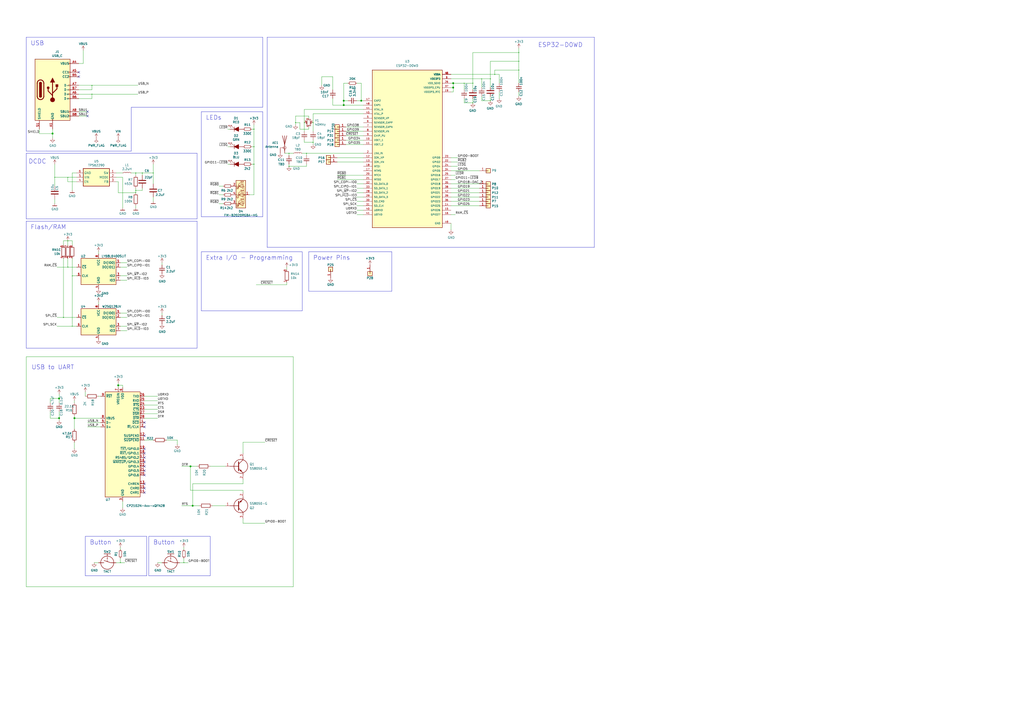
<source format=kicad_sch>
(kicad_sch (version 20231120) (generator "eeschema") (generator_version "8.0")
  (paper "A2")
  (title_block (title "ESP32-REACTJS-DEVKIT") (date "2024/2025") (company "GTS (Designed by: Engineer Silvio E. Viscuso)"))
  (lib_symbols
    (symbol "Connector:USB_C_Receptacle_USB2.0"
      (property "Reference" "J" (at -10.16 19.05 0))
      (property "Value" "USB_C_Receptacle_USB2.0" (at 19.05 19.05 0))
      (symbol "USB_C_Receptacle_USB2.0_1_1"
        (pin power_in line (at 0 -22.86 90) (length 5.08) (name "GND") (number "A1"))
        (pin passive line (at 0 -22.86 90) (length 5.08) hide (name "GND") (number "A12"))
        (pin power_in line (at 15.24 15.24 180) (length 5.08) (name "VBUS") (number "A4"))
        (pin bidirectional line (at 15.24 10.16 180) (length 5.08) (name "CC1") (number "A5"))
        (pin bidirectional line (at 15.24 -2.54 180) (length 5.08) (name "D+") (number "A6"))
        (pin bidirectional line (at 15.24 2.54 180) (length 5.08) (name "D-") (number "A7"))
        (pin bidirectional line (at 15.24 -12.7 180) (length 5.08) (name "SBU1") (number "A8"))
        (pin passive line (at 15.24 15.24 180) (length 5.08) hide (name "VBUS") (number "A9"))
        (pin passive line (at 0 -22.86 90) (length 5.08) hide (name "GND") (number "B1"))
        (pin passive line (at 0 -22.86 90) (length 5.08) hide (name "GND") (number "B12"))
        (pin passive line (at 15.24 15.24 180) (length 5.08) hide (name "VBUS") (number "B4"))
        (pin bidirectional line (at 15.24 7.62 180) (length 5.08) (name "CC2") (number "B5"))
        (pin bidirectional line (at 15.24 -5.08 180) (length 5.08) (name "D+") (number "B6"))
        (pin bidirectional line (at 15.24 0 180) (length 5.08) (name "D-") (number "B7"))
        (pin bidirectional line (at 15.24 -15.24 180) (length 5.08) (name "SBU2") (number "B8"))
        (pin passive line (at 15.24 15.24 180) (length 5.08) hide (name "VBUS") (number "B9"))
        (pin passive line (at -7.62 -22.86 90) (length 5.08) (name "SHIELD") (number "S1"))
      )
    )
    (symbol "Connector_Generic:Conn_01x01" (pin_names hide)
      (property "Reference" "J" (at 0 2.54 0))
      (property "Value" "Conn_01x01" (at 0 -2.54 0))
      (symbol "Conn_01x01_1_1"
        (pin passive line (at -5.08 0 0) (length 3.81) (name "Pin_1") (number "1"))
      )
    )
    (symbol "Device:Antenna_Shield" (pin_numbers hide) (pin_names hide)
      (property "Reference" "AE" (at -1.905 4.445 0))
      (property "Value" "Antenna_Shield" (at -1.905 2.54 0))
      (symbol "Antenna_Shield_1_1"
        (pin input line (at 0 -5.08 90) (length 2.54) (name "A") (number "1"))
        (pin input line (at 2.54 -5.08 90) (length 2.54) (name "Shield") (number "2"))
      )
    )
    (symbol "Device:C" (pin_numbers hide) (pin_names (offset 0.254))
      (property "Reference" "C" (at 0.635 2.54 0))
      (property "Value" "C" (at 0.635 -2.54 0))
      (symbol "C_1_1"
        (pin passive line (at 0 3.81 270) (length 2.794) (name "~") (number "1"))
        (pin passive line (at 0 -3.81 90) (length 2.794) (name "~") (number "2"))
      )
    )
    (symbol "Device:C_1" (pin_numbers hide) (pin_names (offset 0.254))
      (property "Reference" "C" (at 0.635 2.54 0))
      (property "Value" "C" (at 0.635 -2.54 0))
      (symbol "C_1_1_1"
        (pin passive line (at 0 3.81 270) (length 2.794) (name "~") (number "1"))
        (pin passive line (at 0 -3.81 90) (length 2.794) (name "~") (number "2"))
      )
    )
    (symbol "Device:C_2" (pin_numbers hide) (pin_names (offset 0.254))
      (property "Reference" "C" (at 0.635 2.54 0))
      (property "Value" "C" (at 0.635 -2.54 0))
      (symbol "C_2_1_1"
        (pin passive line (at 0 3.81 270) (length 2.794) (name "~") (number "1"))
        (pin passive line (at 0 -3.81 90) (length 2.794) (name "~") (number "2"))
      )
    )
    (symbol "Device:Crystal_GND24_Small" (pin_names hide)
      (property "Reference" "Y" (at 1.27 4.445 0))
      (property "Value" "Crystal_GND24_Small" (at 1.27 2.54 0))
      (symbol "Crystal_GND24_Small_1_1"
        (pin passive line (at -2.54 0 0) (length 1.27) (name "1") (number "1"))
        (pin passive line (at 0 -2.54 90) (length 0.635) (name "2") (number "2"))
        (pin passive line (at 2.54 0 180) (length 1.27) (name "3") (number "3"))
        (pin passive line (at 0 2.54 270) (length 0.635) (name "4") (number "4"))
      )
    )
    (symbol "Device:LED_ALT" (pin_numbers hide) (pin_names hide)
      (property "Reference" "D" (at 0 2.54 0))
      (property "Value" "LED_ALT" (at 0 -2.54 0))
      (symbol "LED_ALT_1_1"
        (pin passive line (at -3.81 0 0) (length 2.54) (name "K") (number "1"))
        (pin passive line (at 3.81 0 180) (length 2.54) (name "A") (number "2"))
      )
    )
    (symbol "Device:LED_ARBG" (pin_names (offset 0) hide)
      (property "Reference" "D" (at 0 9.398 0))
      (property "Value" "LED_ARBG" (at 0 -8.89 0))
      (symbol "LED_ARBG_0_0"
        (text "B" (at -1.905 -6.35 0) (effects (font (size 1.27 1.27))))
        (text "G" (at -1.905 -1.27 0) (effects (font (size 1.27 1.27))))
        (text "R" (at -1.905 3.81 0) (effects (font (size 1.27 1.27))))
      )
      (symbol "LED_ARBG_1_1"
        (pin passive line (at 5.08 0 180) (length 2.54) (name "A") (number "1"))
        (pin passive line (at -5.08 5.08 0) (length 2.54) (name "RK") (number "2"))
        (pin passive line (at -5.08 -5.08 0) (length 2.54) (name "BK") (number "3"))
        (pin passive line (at -5.08 0 0) (length 2.54) (name "GK") (number "4"))
      )
    )
    (symbol "Device:L_Small" (pin_numbers hide) (pin_names (offset 0.254) hide)
      (property "Reference" "L" (at 0.762 1.016 0))
      (property "Value" "L_Small" (at 0.762 -1.016 0))
      (symbol "L_Small_1_1"
        (pin passive line (at 0 2.54 270) (length 0.508) (name "~") (number "1"))
        (pin passive line (at 0 -2.54 90) (length 0.508) (name "~") (number "2"))
      )
    )
    (symbol "Device:L_Small_1" (pin_numbers hide) (pin_names (offset 0.254) hide)
      (property "Reference" "L" (at 0.762 1.016 0))
      (property "Value" "L_Small" (at 0.762 -1.016 0))
      (symbol "L_Small_1_1_1"
        (pin passive line (at 0 2.54 270) (length 0.508) (name "~") (number "1"))
        (pin passive line (at 0 -2.54 90) (length 0.508) (name "~") (number "2"))
      )
    )
    (symbol "Device:R" (pin_numbers hide) (pin_names (offset 0))
      (property "Reference" "R" (at 2.032 0 90))
      (property "Value" "R" (at 0 0 90))
      (symbol "R_1_1"
        (pin passive line (at 0 3.81 270) (length 1.27) (name "~") (number "1"))
        (pin passive line (at 0 -3.81 90) (length 1.27) (name "~") (number "2"))
      )
    )
    (symbol "Device:R_Pack04_Split" (pin_names (offset 0) hide)
      (property "Reference" "RN" (at 2.032 0 90))
      (property "Value" "R_Pack04_Split" (at 0 0 90))
      (symbol "R_Pack04_Split_1_1"
        (pin passive line (at 0 -3.81 90) (length 1.27) (name "R1.1") (number "1"))
        (pin passive line (at 0 3.81 270) (length 1.27) (name "R1.2") (number "8"))
      )
      (symbol "R_Pack04_Split_2_1"
        (pin passive line (at 0 -3.81 90) (length 1.27) (name "R2.1") (number "2"))
        (pin passive line (at 0 3.81 270) (length 1.27) (name "R2.2") (number "7"))
      )
      (symbol "R_Pack04_Split_3_1"
        (pin passive line (at 0 -3.81 90) (length 1.27) (name "R3.1") (number "3"))
        (pin passive line (at 0 3.81 270) (length 1.27) (name "R3.2") (number "6"))
      )
      (symbol "R_Pack04_Split_4_1"
        (pin passive line (at 0 -3.81 90) (length 1.27) (name "R4.1") (number "4"))
        (pin passive line (at 0 3.81 270) (length 1.27) (name "R4.2") (number "5"))
      )
    )
    (symbol "ESP32-D0WD:ESP32-D0WD" (pin_names (offset 1.016))
      (property "Reference" "U" (at -20.3223 45.7253 0))
      (property "Value" "ESP32-D0WD" (at -20.3476 -48.3256 0))
      (symbol "ESP32-D0WD_0_0"
        (pin power_in line (at 25.4 43.18 180) (length 5.08) (name "VDDA") (number "1"))
        (pin input line (at -25.4 5.08 0) (length 5.08) (name "VDET_1") (number "10"))
        (pin input line (at -25.4 2.54 0) (length 5.08) (name "VDET_2") (number "11"))
        (pin bidirectional line (at -25.4 -5.08 0) (length 5.08) (name "32K_XP") (number "12"))
        (pin bidirectional line (at -25.4 -7.62 0) (length 5.08) (name "32K_XN") (number "13"))
        (pin bidirectional line (at 25.4 -33.02 180) (length 5.08) (name "GPIO25") (number "14"))
        (pin bidirectional line (at 25.4 -35.56 180) (length 5.08) (name "GPIO26") (number "15"))
        (pin bidirectional line (at 25.4 -38.1 180) (length 5.08) (name "GPIO27") (number "16"))
        (pin bidirectional line (at -25.4 -12.7 0) (length 5.08) (name "MTMS") (number "17"))
        (pin bidirectional line (at -25.4 -10.16 0) (length 5.08) (name "MTDI") (number "18"))
        (pin power_in line (at 25.4 33.02 180) (length 5.08) (name "VDD3P3_RTC") (number "19"))
        (pin bidirectional line (at -25.4 -2.54 0) (length 5.08) (name "LNA_IN") (number "2"))
        (pin bidirectional line (at -25.4 -15.24 0) (length 5.08) (name "MTCK") (number "20"))
        (pin bidirectional line (at -25.4 -17.78 0) (length 5.08) (name "MTDO") (number "21"))
        (pin bidirectional line (at 25.4 -7.62 180) (length 5.08) (name "GPIO2") (number "22"))
        (pin bidirectional line (at 25.4 -5.08 180) (length 5.08) (name "GPIO0") (number "23"))
        (pin bidirectional line (at 25.4 -10.16 180) (length 5.08) (name "GPIO4") (number "24"))
        (pin bidirectional line (at 25.4 -15.24 180) (length 5.08) (name "GPIO16") (number "25"))
        (pin power_in line (at 25.4 38.1 180) (length 5.08) (name "VDD_SDIO") (number "26"))
        (pin bidirectional line (at 25.4 -17.78 180) (length 5.08) (name "GPIO17") (number "27"))
        (pin bidirectional line (at -25.4 -25.4 0) (length 5.08) (name "SD_DATA_2") (number "28"))
        (pin bidirectional line (at -25.4 -27.94 0) (length 5.08) (name "SD_DATA_3") (number "29"))
        (pin power_in line (at 25.4 40.64 180) (length 5.08) (name "VDD3P3") (number "3"))
        (pin bidirectional line (at -25.4 -30.48 0) (length 5.08) (name "SD_CMD") (number "30"))
        (pin bidirectional line (at -25.4 -33.02 0) (length 5.08) (name "SD_CLK") (number "31"))
        (pin bidirectional line (at -25.4 -20.32 0) (length 5.08) (name "SD_DATA_0") (number "32"))
        (pin bidirectional line (at -25.4 -22.86 0) (length 5.08) (name "SD_DATA_1") (number "33"))
        (pin bidirectional line (at 25.4 -12.7 180) (length 5.08) (name "GPIO5") (number "34"))
        (pin bidirectional line (at 25.4 -20.32 180) (length 5.08) (name "GPIO18") (number "35"))
        (pin bidirectional line (at 25.4 -30.48 180) (length 5.08) (name "GPIO23") (number "36"))
        (pin power_in line (at 25.4 35.56 180) (length 5.08) (name "VDD3P3_CPU") (number "37"))
        (pin bidirectional line (at 25.4 -22.86 180) (length 5.08) (name "GPIO19") (number "38"))
        (pin bidirectional line (at 25.4 -27.94 180) (length 5.08) (name "GPIO22") (number "39"))
        (pin power_in line (at 25.4 40.64 180) (length 5.08) (name "VDD3P3") (number "4"))
        (pin bidirectional line (at -25.4 -35.56 0) (length 5.08) (name "U0RXD") (number "40"))
        (pin bidirectional line (at -25.4 -38.1 0) (length 5.08) (name "U0TXD") (number "41"))
        (pin bidirectional line (at 25.4 -25.4 180) (length 5.08) (name "GPIO21") (number "42"))
        (pin power_in line (at 25.4 43.18 180) (length 5.08) (name "VDDA") (number "43"))
        (pin output line (at -25.4 22.86 0) (length 5.08) (name "XTAL_N") (number "44"))
        (pin input line (at -25.4 20.32 0) (length 5.08) (name "XTAL_P") (number "45"))
        (pin power_in line (at 25.4 43.18 180) (length 5.08) (name "VDDA") (number "46"))
        (pin input line (at -25.4 27.94 0) (length 5.08) (name "CAP2") (number "47"))
        (pin input line (at -25.4 25.4 0) (length 5.08) (name "CAP1") (number "48"))
        (pin power_in line (at 25.4 -43.18 180) (length 5.08) (name "GND") (number "49"))
        (pin input line (at -25.4 17.78 0) (length 5.08) (name "SENSOR_VP") (number "5"))
        (pin input line (at -25.4 15.24 0) (length 5.08) (name "SENSOR_CAPP") (number "6"))
        (pin input line (at -25.4 12.7 0) (length 5.08) (name "SENSOR_CAPN") (number "7"))
        (pin input line (at -25.4 10.16 0) (length 5.08) (name "SENSOR_VN") (number "8"))
        (pin input line (at -25.4 7.62 0) (length 5.08) (name "CHIP_PU") (number "9"))
      )
    )
    (symbol "Interface_USB:CP2102N-Axx-xQFN28"
      (property "Reference" "U" (at -8.89 31.75 0))
      (property "Value" "CP2102N-Axx-xQFN28" (at 12.7 31.75 0))
      (symbol "CP2102N-Axx-xQFN28_1_1"
        (pin input line (at 12.7 12.7 180) (length 2.54) (name "~{DCD}") (number "1"))
        (pin no_connect line (at -10.16 -27.94 0) (length 2.54) hide (name "NC") (number "10"))
        (pin output line (at 12.7 2.54 180) (length 2.54) (name "~{SUSPEND}") (number "11"))
        (pin output line (at 12.7 5.08 180) (length 2.54) (name "SUSPEND") (number "12"))
        (pin output line (at 12.7 -22.86 180) (length 2.54) (name "CHREN") (number "13"))
        (pin output line (at 12.7 -27.94 180) (length 2.54) (name "CHR1") (number "14"))
        (pin output line (at 12.7 -25.4 180) (length 2.54) (name "CHR0") (number "15"))
        (pin bidirectional line (at 12.7 -10.16 180) (length 2.54) (name "~{WAKEUP}/GPIO.3") (number "16"))
        (pin bidirectional line (at 12.7 -7.62 180) (length 2.54) (name "RS485/GPIO.2") (number "17"))
        (pin bidirectional line (at 12.7 -5.08 180) (length 2.54) (name "~{RXT}/GPIO.1") (number "18"))
        (pin bidirectional line (at 12.7 -2.54 180) (length 2.54) (name "~{TXT}/GPIO.0") (number "19"))
        (pin bidirectional line (at 12.7 10.16 180) (length 2.54) (name "~{RI}/CLK") (number "2"))
        (pin bidirectional line (at 12.7 -17.78 180) (length 2.54) (name "GPIO.6") (number "20"))
        (pin bidirectional line (at 12.7 -15.24 180) (length 2.54) (name "GPIO.5") (number "21"))
        (pin bidirectional line (at 12.7 -12.7 180) (length 2.54) (name "GPIO.4") (number "22"))
        (pin input line (at 12.7 20.32 180) (length 2.54) (name "~{CTS}") (number "23"))
        (pin output line (at 12.7 22.86 180) (length 2.54) (name "~{RTS}") (number "24"))
        (pin input line (at 12.7 25.4 180) (length 2.54) (name "RXD") (number "25"))
        (pin output line (at 12.7 27.94 180) (length 2.54) (name "TXD") (number "26"))
        (pin input line (at 12.7 17.78 180) (length 2.54) (name "~{DSR}") (number "27"))
        (pin output line (at 12.7 15.24 180) (length 2.54) (name "~{DTR}") (number "28"))
        (pin passive line (at 0 -33.02 90) (length 2.54) hide (name "GND") (number "29"))
        (pin power_in line (at 0 -33.02 90) (length 2.54) (name "GND") (number "3"))
        (pin bidirectional line (at -12.7 10.16 0) (length 2.54) (name "D+") (number "4"))
        (pin bidirectional line (at -12.7 12.7 0) (length 2.54) (name "D-") (number "5"))
        (pin power_in line (at 0 33.02 270) (length 2.54) (name "VDD") (number "6"))
        (pin power_in line (at -2.54 33.02 270) (length 2.54) (name "VREGIN") (number "7"))
        (pin input line (at -12.7 15.24 0) (length 2.54) (name "VBUS") (number "8"))
        (pin input line (at -12.7 27.94 0) (length 2.54) (name "~{RST}") (number "9"))
      )
    )
    (symbol "Memory_Flash:W25Q32JVSS"
      (property "Reference" "U" (at -8.89 8.89 0))
      (property "Value" "W25Q32JVSS" (at 7.62 8.89 0))
      (symbol "W25Q32JVSS_1_1"
        (pin input line (at -12.7 2.54 0) (length 2.54) (name "~{CS}") (number "1"))
        (pin bidirectional line (at 12.7 2.54 180) (length 2.54) (name "DO(IO1)") (number "2"))
        (pin bidirectional line (at 12.7 -2.54 180) (length 2.54) (name "IO2") (number "3"))
        (pin power_in line (at 0 -10.16 90) (length 2.54) (name "GND") (number "4"))
        (pin bidirectional line (at 12.7 5.08 180) (length 2.54) (name "DI(IO0)") (number "5"))
        (pin input line (at -12.7 -2.54 0) (length 2.54) (name "CLK") (number "6"))
        (pin bidirectional line (at 12.7 -5.08 180) (length 2.54) (name "IO3") (number "7"))
        (pin power_in line (at 0 10.16 270) (length 2.54) (name "VCC") (number "8"))
      )
    )
    (symbol "SS8050-G:SS8050-G" (pin_names hide)
      (property "Reference" "Q" (at 13.97 1.27 0))
      (property "Value" "SS8050-G" (at 13.97 -1.27 0))
      (symbol "SS8050-G_1_1"
        (pin passive line (at 0 0 0) (length 2.54) (name "B") (number "1"))
        (pin passive line (at 10.16 -7.62 90) (length 2.54) (name "E") (number "2"))
        (pin passive line (at 10.16 7.62 270) (length 2.54) (name "C") (number "3"))
      )
    )
    (symbol "gkl_pmic:TPS62290"
      (property "Reference" "U" (at 0 7.62 0))
      (property "Value" "TPS62290" (at 0 5.08 0))
      (symbol "TPS62290_1_1"
        (pin input line (at -11.43 0 0) (length 3.81) (name "SW") (number "1"))
        (pin input line (at -11.43 -2.54 0) (length 3.81) (name "MODE") (number "2"))
        (pin input line (at -11.43 -5.08 0) (length 3.81) (name "FB") (number "3"))
        (pin input line (at 11.43 -5.08 180) (length 3.81) (name "EN") (number "4"))
        (pin input line (at 11.43 -2.54 180) (length 3.81) (name "VIN") (number "5"))
        (pin input line (at 11.43 0 180) (length 3.81) (name "GND") (number "6"))
        (pin input line (at 11.43 0 180) (length 3.81) hide (name "GND") (number "7"))
      )
    )
    (symbol "gkl_power:GND" (power) (pin_names (offset 0))
      (property "Value" "GND" (at 0 -2.54 0))
      (symbol "GND_1_1"
        (pin power_in line (at 0 0 270) (length 0) hide (name "GND") (number "1"))
      )
    )
    (symbol "icebreaker-bitsy-rescue:TACT-pkl_misc" (pin_numbers hide) (pin_names hide)
      (property "Reference" "SW1" (at 0 6.35 0))
      (property "Value" "TACT" (at 0 -5.08 0))
      (symbol "TACT-pkl_misc_1_1"
        (pin passive line (at -5.08 0 0) (length 2.54) (name "~") (number "1"))
        (pin passive line (at -5.08 0 0) (length 2.54) (name "~") (number "2"))
        (pin passive line (at 5.08 0 180) (length 2.54) (name "~") (number "3"))
        (pin passive line (at 5.08 0 180) (length 2.54) (name "~") (number "4"))
      )
    )
    (symbol "icebreaker-bitsy-rescue:VIN-pkl_power" (power) (pin_names (offset 0))
      (property "Value" "VIN-pkl_power" (at 0 3.556 0))
      (symbol "VIN-pkl_power_1_1"
        (pin power_in line (at 0 0 90) (length 0) hide (name "VIN") (number "1"))
      )
    )
    (symbol "icebreaker-bitsy-rescue:pkl_C-pkl_device" (pin_numbers hide) (pin_names (offset 0.254))
      (property "Reference" "C" (at 0.635 2.54 0))
      (property "Value" "pkl_C-pkl_device" (at 0.635 -2.54 0))
      (symbol "pkl_C-pkl_device_1_1"
        (pin passive line (at 0 2.54 270) (length 1.524) (name "~") (number "1"))
        (pin passive line (at 0 -2.54 90) (length 1.524) (name "~") (number "2"))
      )
    )
    (symbol "icebreaker-bitsy-rescue:pkl_C_Small-pkl_device" (pin_numbers hide) (pin_names (offset 0.254) hide)
      (property "Reference" "C" (at 0.254 1.778 0))
      (property "Value" "pkl_C_Small-pkl_device" (at 0.254 -2.032 0))
      (symbol "pkl_C_Small-pkl_device_1_1"
        (pin passive line (at 0 2.54 270) (length 1.905) (name "~") (number "1"))
        (pin passive line (at 0 -2.54 90) (length 2.032) (name "~") (number "2"))
      )
    )
    (symbol "icebreaker-bitsy-rescue:pkl_R_Small-pkl_device" (pin_numbers hide) (pin_names (offset 0.254) hide)
      (property "Reference" "R" (at 0.762 0.508 0))
      (property "Value" "pkl_R_Small-pkl_device" (at 0.762 -1.016 0))
      (symbol "pkl_R_Small-pkl_device_1_1"
        (pin passive line (at 0 2.54 270) (length 0.762) (name "~") (number "1"))
        (pin passive line (at 0 -2.54 90) (length 0.762) (name "~") (number "2"))
      )
    )
    (symbol "power:+3V3" (power) (pin_names (offset 0))
      (property "Value" "+3V3" (at 0 3.556 0))
      (symbol "+3V3_1_1"
        (pin power_in line (at 0 0 90) (length 0) hide (name "+3V3") (number "1"))
      )
    )
    (symbol "power:GND" (power) (pin_names (offset 0))
      (property "Value" "GND" (at 0 -3.81 0))
      (symbol "GND_1_1"
        (pin power_in line (at 0 0 270) (length 0) hide (name "GND") (number "1"))
      )
    )
    (symbol "power:PWR_FLAG" (power) (pin_numbers hide) (pin_names (offset 0) hide)
      (property "Value" "PWR_FLAG" (at 0 3.81 0))
      (symbol "PWR_FLAG_0_0"
        (pin power_out line (at 0 0 90) (length 0) (name "pwr") (number "1"))
      )
    )
    (symbol "power:VBUS" (power) (pin_names (offset 0))
      (property "Value" "VBUS" (at 0 3.81 0))
      (symbol "VBUS_1_1"
        (pin power_in line (at 0 0 90) (length 0) hide (name "VBUS") (number "1"))
      )
    )
  )
  (junction (at 279.4 45.72) (diameter 0.3048))
  (junction (at 82.55 100.33) (diameter 0.3048))
  (junction (at 300.99 40.64) (diameter 0.3048))
  (junction (at 34.29 242.57))
  (junction (at 147.32 74.93) (diameter 0.3048))
  (junction (at 177.8 88.9) (diameter 0.3048))
  (junction (at 262.89 50.8))
  (junction (at 41.91 189.23) (diameter 0.3048))
  (junction (at 53.34 54.61) (diameter 0.3048))
  (junction (at 147.32 95.25) (diameter 0.3048))
  (junction (at 262.89 48.26))
  (junction (at 147.32 85.09) (diameter 0.3048))
  (junction (at 69.85 326.39) (diameter 0.3048))
  (junction (at 106.68 326.39) (diameter 0.3048))
  (junction (at 39.37 102.87) (diameter 0.3048))
  (junction (at 300.99 35.56) (diameter 0.3048))
  (junction (at 30.48 77.47))
  (junction (at 111.76 293.37))
  (junction (at 36.83 184.15) (diameter 0.3048))
  (junction (at 171.45 71.12) (diameter 0.3048))
  (junction (at 300.99 30.48) (diameter 0.3048))
  (junction (at 167.64 96.52) (diameter 0.3048))
  (junction (at 209.55 58.42))
  (junction (at 110.49 270.51))
  (junction (at 284.48 58.42) (diameter 0.3048))
  (junction (at 78.74 110.49) (diameter 0.3048))
  (junction (at 34.29 231.14))
  (junction (at 274.32 48.26) (diameter 0.3048))
  (junction (at 181.61 71.12) (diameter 0.3048))
  (junction (at 39.37 154.94) (diameter 0.3048))
  (junction (at 78.74 100.33) (diameter 0.3048))
  (junction (at 88.9 100.33) (diameter 0.3048))
  (junction (at 43.18 242.57))
  (junction (at 181.61 82.55) (diameter 0.3048))
  (junction (at 269.24 48.26) (diameter 0.3048))
  (junction (at 274.32 59.69) (diameter 0.3048))
  (junction (at 39.37 139.7) (diameter 0.3048))
  (junction (at 31.75 102.87) (diameter 0.3048))
  (junction (at 287.02 43.18) (diameter 0.3048))
  (junction (at 167.64 88.9) (diameter 0.3048))
  (junction (at 68.58 223.52))
  (junction (at 41.91 160.02) (diameter 0.3048))
  (junction (at 53.34 49.53) (diameter 0.3048))
  (junction (at 199.39 60.96))
  (junction (at 78.74 111.76) (diameter 0.3048))
  (junction (at 284.48 45.72) (diameter 0.3048))
  (junction (at 176.53 71.12) (diameter 0.3048))
  (junction (at 199.39 58.42))
  (no_connect (at 45.72 44.45))
  (no_connect (at 83.82 283.21))
  (no_connect (at 83.82 260.35))
  (no_connect (at 83.82 270.51))
  (no_connect (at 83.82 275.59))
  (no_connect (at 83.82 262.89))
  (no_connect (at 45.72 41.91))
  (no_connect (at 83.82 265.43))
  (no_connect (at 83.82 247.65))
  (no_connect (at 83.82 252.73))
  (no_connect (at 83.82 285.75))
  (no_connect (at 83.82 267.97))
  (no_connect (at 83.82 245.11))
  (no_connect (at 83.82 273.05))
  (no_connect (at 50.8 67.31))
  (no_connect (at 50.8 64.77))
  (no_connect (at 83.82 280.67))
  (wire (pts (xy 82.55 109.22) (xy 82.55 110.49)))
  (wire (pts (xy 279.4 55.88) (xy 279.4 58.42)))
  (wire (pts (xy 148.59 165.1) (xy 166.37 165.1)))
  (wire (pts (xy 68.58 105.41) (xy 67.31 105.41)))
  (wire (pts (xy 91.44 229.87) (xy 83.82 229.87)))
  (wire (pts (xy 39.37 105.41) (xy 39.37 102.87)))
  (wire (pts (xy 57.15 326.39) (xy 54.61 326.39)))
  (polyline (pts (xy 114.3 88.9) (xy 15.24 88.9)) (stroke (width 0) (type solid)))
  (wire (pts (xy 41.91 100.33) (xy 41.91 110.49)))
  (polyline (pts (xy 85.09 334.01) (xy 85.09 311.15)) (stroke (width 0) (type solid)))
  (polyline (pts (xy 152.4 64.77) (xy 116.84 64.77)) (stroke (width 0) (type solid)))
  (wire (pts (xy 210.82 66.04) (xy 181.61 66.04)))
  (wire (pts (xy 39.37 154.94) (xy 44.45 154.94)))
  (wire (pts (xy 39.37 139.7) (xy 39.37 142.24)))
  (wire (pts (xy 29.21 231.14) (xy 34.29 231.14)))
  (wire (pts (xy 69.85 317.5) (xy 69.85 318.77)))
  (wire (pts (xy 110.49 284.48) (xy 110.49 270.51)))
  (wire (pts (xy 146.05 95.25) (xy 147.32 95.25)))
  (wire (pts (xy 274.32 59.69) (xy 269.24 59.69)))
  (wire (pts (xy 261.62 133.35) (xy 261.62 129.54)))
  (wire (pts (xy 261.62 106.68) (xy 278.13 106.68)))
  (wire (pts (xy 284.48 45.72) (xy 279.4 45.72)))
  (polyline (pts (xy 114.3 127) (xy 15.24 127)) (stroke (width 0) (type solid)))
  (wire (pts (xy 261.62 114.3) (xy 278.13 114.3)))
  (wire (pts (xy 170.18 207.01) (xy 170.18 340.36)))
  (wire (pts (xy 91.44 234.95) (xy 83.82 234.95)))
  (wire (pts (xy 15.24 207.01) (xy 170.18 207.01)))
  (wire (pts (xy 29.21 233.68) (xy 29.21 231.14)))
  (polyline (pts (xy 116.84 64.77) (xy 116.84 125.73)) (stroke (width 0) (type solid)))
  (wire (pts (xy 210.82 60.96) (xy 199.39 60.96)))
  (wire (pts (xy 53.34 54.61) (xy 80.01 54.61)))
  (polyline (pts (xy 175.26 180.34) (xy 116.84 180.34)) (stroke (width 0) (type solid)))
  (wire (pts (xy 289.56 43.18) (xy 289.56 48.26)))
  (wire (pts (xy 300.99 27.94) (xy 300.99 30.48)))
  (wire (pts (xy 207.01 111.76) (xy 210.82 111.76)))
  (wire (pts (xy 167.64 95.25) (xy 167.64 96.52)))
  (wire (pts (xy 43.18 241.3) (xy 43.18 242.57)))
  (wire (pts (xy 287.02 40.64) (xy 300.99 40.64)))
  (wire (pts (xy 106.68 317.5) (xy 106.68 318.77)))
  (polyline (pts (xy 175.26 180.34) (xy 175.26 146.05)) (stroke (width 0) (type solid)))
  (polyline (pts (xy 154.94 143.51) (xy 154.94 21.59)) (stroke (width 0) (type solid)))
  (wire (pts (xy 181.61 82.55) (xy 181.61 81.28)))
  (wire (pts (xy 88.9 100.33) (xy 88.9 106.68)))
  (wire (pts (xy 78.74 100.33) (xy 82.55 100.33)))
  (wire (pts (xy 57.15 146.05) (xy 57.15 147.32)))
  (wire (pts (xy 106.68 326.39) (xy 106.68 323.85)))
  (wire (pts (xy 34.29 228.6) (xy 34.29 231.14)))
  (polyline (pts (xy 152.4 64.77) (xy 152.4 125.73)) (stroke (width 0) (type solid)))
  (wire (pts (xy 41.91 189.23) (xy 44.45 189.23)))
  (wire (pts (xy 69.85 154.94) (xy 73.66 154.94)))
  (wire (pts (xy 284.48 55.88) (xy 284.48 58.42)))
  (wire (pts (xy 261.62 116.84) (xy 278.13 116.84)))
  (wire (pts (xy 69.85 326.39) (xy 72.39 326.39)))
  (wire (pts (xy 179.07 73.66) (xy 179.07 74.93)))
  (wire (pts (xy 170.18 88.9) (xy 167.64 88.9)))
  (wire (pts (xy 82.55 100.33) (xy 82.55 101.6)))
  (wire (pts (xy 110.49 270.51) (xy 114.3 270.51)))
  (wire (pts (xy 93.98 152.4) (xy 93.98 153.67)))
  (wire (pts (xy 127 107.95) (xy 129.54 107.95)))
  (wire (pts (xy 278.13 111.76) (xy 261.62 111.76)))
  (wire (pts (xy 274.32 30.48) (xy 300.99 30.48)))
  (polyline (pts (xy 15.24 201.93) (xy 15.24 128.27)) (stroke (width 0) (type solid)))
  (wire (pts (xy 199.39 60.96) (xy 193.04 60.96)))
  (wire (pts (xy 45.72 36.83) (xy 48.26 36.83)))
  (wire (pts (xy 83.82 255.27) (xy 88.9 255.27)))
  (wire (pts (xy 179.07 67.31) (xy 179.07 68.58)))
  (wire (pts (xy 140.97 278.13) (xy 140.97 280.67)))
  (wire (pts (xy 49.53 229.87) (xy 49.53 227.33)))
  (polyline (pts (xy 85.09 334.01) (xy 49.53 334.01)) (stroke (width 0) (type solid)))
  (polyline (pts (xy 121.92 334.01) (xy 121.92 311.15)) (stroke (width 0) (type solid)))
  (wire (pts (xy 209.55 48.26) (xy 209.55 58.42)))
  (wire (pts (xy 50.8 247.65) (xy 58.42 247.65)))
  (wire (pts (xy 88.9 114.3) (xy 88.9 116.84)))
  (wire (pts (xy 44.45 105.41) (xy 39.37 105.41)))
  (wire (pts (xy 78.74 110.49) (xy 82.55 110.49)))
  (wire (pts (xy 181.61 76.2) (xy 181.61 71.12)))
  (wire (pts (xy 207.01 109.22) (xy 210.82 109.22)))
  (wire (pts (xy 140.97 256.54) (xy 140.97 262.89)))
  (wire (pts (xy 264.16 104.14) (xy 261.62 104.14)))
  (wire (pts (xy 133.35 85.09) (xy 132.08 85.09)))
  (wire (pts (xy 105.41 270.51) (xy 110.49 270.51)))
  (wire (pts (xy 200.66 83.82) (xy 210.82 83.82)))
  (wire (pts (xy 195.58 93.98) (xy 210.82 93.98)))
  (wire (pts (xy 33.02 189.23) (xy 41.91 189.23)))
  (wire (pts (xy 170.18 340.36) (xy 15.24 340.36)))
  (wire (pts (xy 207.01 116.84) (xy 210.82 116.84)))
  (polyline (pts (xy 76.2 62.23) (xy 76.2 87.63)) (stroke (width 0) (type solid)))
  (wire (pts (xy 48.26 36.83) (xy 48.26 29.21)))
  (polyline (pts (xy 15.24 128.27) (xy 114.3 128.27)) (stroke (width 0) (type solid)))
  (polyline (pts (xy 15.24 21.59) (xy 152.4 21.59)) (stroke (width 0) (type solid)))
  (polyline (pts (xy 227.33 146.05) (xy 227.33 168.91)) (stroke (width 0) (type solid)))
  (wire (pts (xy 176.53 82.55) (xy 181.61 82.55)))
  (polyline (pts (xy 121.92 311.15) (xy 86.36 311.15)) (stroke (width 0) (type solid)))
  (wire (pts (xy 33.02 154.94) (xy 39.37 154.94)))
  (wire (pts (xy 45.72 67.31) (xy 50.8 67.31)))
  (wire (pts (xy 106.68 326.39) (xy 109.22 326.39)))
  (wire (pts (xy 173.99 74.93) (xy 173.99 71.12)))
  (wire (pts (xy 69.85 184.15) (xy 73.66 184.15)))
  (wire (pts (xy 261.62 91.44) (xy 265.43 91.44)))
  (wire (pts (xy 147.32 113.03) (xy 147.32 95.25)))
  (wire (pts (xy 269.24 57.15) (xy 269.24 59.69)))
  (wire (pts (xy 153.67 256.54) (xy 140.97 256.54)))
  (wire (pts (xy 207.01 121.92) (xy 210.82 121.92)))
  (wire (pts (xy 93.98 181.61) (xy 93.98 182.88)))
  (wire (pts (xy 45.72 49.53) (xy 53.34 49.53)))
  (wire (pts (xy 176.53 76.2) (xy 176.53 71.12)))
  (wire (pts (xy 261.62 99.06) (xy 278.13 99.06)))
  (wire (pts (xy 177.8 96.52) (xy 167.64 96.52)))
  (wire (pts (xy 78.74 109.22) (xy 78.74 110.49)))
  (wire (pts (xy 140.97 285.75) (xy 140.97 284.48)))
  (wire (pts (xy 207.01 48.26) (xy 209.55 48.26)))
  (polyline (pts (xy 121.92 334.01) (xy 86.36 334.01)) (stroke (width 0) (type solid)))
  (wire (pts (xy 140.97 303.53) (xy 140.97 300.99)))
  (wire (pts (xy 132.08 95.25) (xy 133.35 95.25)))
  (wire (pts (xy 50.8 245.11) (xy 58.42 245.11)))
  (polyline (pts (xy 116.84 180.34) (xy 116.84 146.05)) (stroke (width 0) (type solid)))
  (wire (pts (xy 68.58 223.52) (xy 71.12 223.52)))
  (wire (pts (xy 36.83 184.15) (xy 44.45 184.15)))
  (wire (pts (xy 261.62 119.38) (xy 278.13 119.38)))
  (wire (pts (xy 31.75 102.87) (xy 39.37 102.87)))
  (polyline (pts (xy 227.33 168.91) (xy 179.07 168.91)) (stroke (width 0) (type solid)))
  (wire (pts (xy 91.44 242.57) (xy 83.82 242.57)))
  (wire (pts (xy 57.15 229.87) (xy 58.42 229.87)))
  (wire (pts (xy 269.24 48.26) (xy 269.24 52.07)))
  (wire (pts (xy 127 113.03) (xy 129.54 113.03)))
  (wire (pts (xy 210.82 63.5) (xy 176.53 63.5)))
  (polyline (pts (xy 15.24 88.9) (xy 15.24 127)) (stroke (width 0) (type solid)))
  (wire (pts (xy 300.99 40.64) (xy 300.99 48.26)))
  (wire (pts (xy 78.74 100.33) (xy 78.74 101.6)))
  (wire (pts (xy 68.58 223.52) (xy 68.58 224.79)))
  (wire (pts (xy 91.44 240.03) (xy 83.82 240.03)))
  (wire (pts (xy 274.32 48.26) (xy 269.24 48.26)))
  (wire (pts (xy 29.21 238.76) (xy 29.21 242.57)))
  (wire (pts (xy 287.02 40.64) (xy 287.02 43.18)))
  (wire (pts (xy 41.91 100.33) (xy 44.45 100.33)))
  (polyline (pts (xy 114.3 88.9) (xy 114.3 127)) (stroke (width 0) (type solid)))
  (polyline (pts (xy 114.3 201.93) (xy 15.24 201.93)) (stroke (width 0) (type solid)))
  (wire (pts (xy 284.48 58.42) (xy 279.4 58.42)))
  (wire (pts (xy 265.43 93.98) (xy 261.62 93.98)))
  (wire (pts (xy 173.99 71.12) (xy 171.45 71.12)))
  (wire (pts (xy 264.16 101.6) (xy 261.62 101.6)))
  (wire (pts (xy 57.15 175.26) (xy 57.15 176.53)))
  (wire (pts (xy 31.75 107.95) (xy 31.75 102.87)))
  (wire (pts (xy 71.12 102.87) (xy 71.12 120.65)))
  (wire (pts (xy 41.91 160.02) (xy 41.91 189.23)))
  (wire (pts (xy 177.8 88.9) (xy 210.82 88.9)))
  (wire (pts (xy 133.35 74.93) (xy 132.08 74.93)))
  (wire (pts (xy 69.85 160.02) (xy 73.66 160.02)))
  (wire (pts (xy 265.43 96.52) (xy 261.62 96.52)))
  (wire (pts (xy 176.53 81.28) (xy 176.53 82.55)))
  (wire (pts (xy 127 118.11) (xy 129.54 118.11)))
  (wire (pts (xy 177.8 88.9) (xy 175.26 88.9)))
  (wire (pts (xy 261.62 48.26) (xy 262.89 48.26)))
  (wire (pts (xy 201.93 48.26) (xy 199.39 48.26)))
  (wire (pts (xy 121.92 270.51) (xy 130.81 270.51)))
  (wire (pts (xy 195.58 104.14) (xy 210.82 104.14)))
  (wire (pts (xy 147.32 95.25) (xy 147.32 85.09)))
  (wire (pts (xy 69.85 326.39) (xy 69.85 323.85)))
  (wire (pts (xy 209.55 58.42) (xy 210.82 58.42)))
  (polyline (pts (xy 152.4 21.59) (xy 152.4 62.23)) (stroke (width 0) (type solid)))
  (wire (pts (xy 261.62 50.8) (xy 262.89 50.8)))
  (wire (pts (xy 69.85 191.77) (xy 73.66 191.77)))
  (wire (pts (xy 300.99 35.56) (xy 300.99 40.64)))
  (wire (pts (xy 34.29 231.14) (xy 34.29 233.68)))
  (wire (pts (xy 78.74 110.49) (xy 78.74 111.76)))
  (wire (pts (xy 171.45 67.31) (xy 179.07 67.31)))
  (wire (pts (xy 207.01 119.38) (xy 210.82 119.38)))
  (wire (pts (xy 284.48 50.8) (xy 284.48 45.72)))
  (wire (pts (xy 69.85 162.56) (xy 73.66 162.56)))
  (wire (pts (xy 200.66 73.66) (xy 210.82 73.66)))
  (wire (pts (xy 147.32 74.93) (xy 147.32 72.39)))
  (wire (pts (xy 261.62 45.72) (xy 279.4 45.72)))
  (wire (pts (xy 96.52 255.27) (xy 102.87 255.27)))
  (wire (pts (xy 261.62 109.22) (xy 278.13 109.22)))
  (wire (pts (xy 289.56 53.34) (xy 289.56 57.15)))
  (wire (pts (xy 43.18 242.57) (xy 43.18 248.92)))
  (wire (pts (xy 199.39 48.26) (xy 199.39 58.42)))
  (wire (pts (xy 91.44 237.49) (xy 83.82 237.49)))
  (wire (pts (xy 67.31 100.33) (xy 71.12 100.33)))
  (wire (pts (xy 22.86 77.47) (xy 30.48 77.47)))
  (wire (pts (xy 195.58 101.6) (xy 210.82 101.6)))
  (polyline (pts (xy 76.2 87.63) (xy 15.24 87.63)) (stroke (width 0) (type solid)))
  (wire (pts (xy 82.55 100.33) (xy 88.9 100.33)))
  (wire (pts (xy 31.75 115.57) (xy 31.75 118.11)))
  (wire (pts (xy 207.01 114.3) (xy 210.82 114.3)))
  (wire (pts (xy 43.18 232.41) (xy 43.18 233.68)))
  (polyline (pts (xy 152.4 62.23) (xy 76.2 62.23)) (stroke (width 0) (type solid)))
  (wire (pts (xy 167.64 88.9) (xy 165.1 88.9)))
  (wire (pts (xy 181.61 66.04) (xy 181.61 71.12)))
  (wire (pts (xy 177.8 95.25) (xy 177.8 96.52)))
  (wire (pts (xy 207.01 58.42) (xy 209.55 58.42)))
  (wire (pts (xy 279.4 45.72) (xy 279.4 50.8)))
  (wire (pts (xy 104.14 326.39) (xy 106.68 326.39)))
  (wire (pts (xy 22.86 74.93) (xy 22.86 77.47)))
  (wire (pts (xy 186.69 44.45) (xy 193.04 44.45)))
  (wire (pts (xy 111.76 280.67) (xy 111.76 293.37)))
  (wire (pts (xy 176.53 63.5) (xy 176.53 71.12)))
  (wire (pts (xy 36.83 139.7) (xy 36.83 142.24)))
  (wire (pts (xy 200.66 81.28) (xy 210.82 81.28)))
  (polyline (pts (xy 344.805 21.59) (xy 344.805 143.51)) (stroke (width 0) (type solid)))
  (wire (pts (xy 34.29 238.76) (xy 34.29 242.57)))
  (wire (pts (xy 201.93 58.42) (xy 199.39 58.42)))
  (wire (pts (xy 53.34 49.53) (xy 80.01 49.53)))
  (wire (pts (xy 78.74 119.38) (xy 78.74 120.65)))
  (wire (pts (xy 68.58 111.76) (xy 68.58 105.41)))
  (wire (pts (xy 262.89 48.26) (xy 269.24 48.26)))
  (polyline (pts (xy 154.94 21.59) (xy 344.805 21.59)) (stroke (width 0) (type solid)))
  (polyline (pts (xy 152.4 125.73) (xy 116.84 125.73)) (stroke (width 0) (type solid)))
  (wire (pts (xy 33.02 184.15) (xy 36.83 184.15)))
  (polyline (pts (xy 85.09 311.15) (xy 49.53 311.15)) (stroke (width 0) (type solid)))
  (wire (pts (xy 91.44 232.41) (xy 83.82 232.41)))
  (wire (pts (xy 147.32 85.09) (xy 147.32 74.93)))
  (wire (pts (xy 274.32 57.15) (xy 274.32 59.69)))
  (wire (pts (xy 69.85 152.4) (xy 73.66 152.4)))
  (wire (pts (xy 186.69 49.53) (xy 186.69 44.45)))
  (wire (pts (xy 200.66 78.74) (xy 210.82 78.74)))
  (wire (pts (xy 199.39 58.42) (xy 199.39 60.96)))
  (wire (pts (xy 88.9 95.25) (xy 88.9 100.33)))
  (wire (pts (xy 36.83 149.86) (xy 36.83 184.15)))
  (wire (pts (xy 284.48 35.56) (xy 300.99 35.56)))
  (wire (pts (xy 179.07 74.93) (xy 173.99 74.93)))
  (wire (pts (xy 300.99 30.48) (xy 300.99 35.56)))
  (wire (pts (xy 207.01 124.46) (xy 210.82 124.46)))
  (polyline (pts (xy 175.26 146.05) (xy 116.84 146.05)) (stroke (width 0) (type solid)))
  (wire (pts (xy 39.37 149.86) (xy 39.37 154.94)))
  (wire (pts (xy 207.01 106.68) (xy 210.82 106.68)))
  (wire (pts (xy 171.45 71.12) (xy 171.45 67.31)))
  (wire (pts (xy 93.98 326.39) (xy 91.44 326.39)))
  (wire (pts (xy 76.2 100.33) (xy 78.74 100.33)))
  (wire (pts (xy 31.75 95.25) (xy 31.75 102.87)))
  (polyline (pts (xy 344.805 143.51) (xy 154.94 143.51)) (stroke (width 0) (type solid)))
  (wire (pts (xy 153.67 303.53) (xy 140.97 303.53)))
  (wire (pts (xy 261.62 53.34) (xy 262.89 53.34)))
  (wire (pts (xy 43.18 242.57) (xy 58.42 242.57)))
  (polyline (pts (xy 114.3 128.27) (xy 114.3 201.93)) (stroke (width 0) (type solid)))
  (wire (pts (xy 195.58 91.44) (xy 210.82 91.44)))
  (wire (pts (xy 39.37 139.7) (xy 36.83 139.7)))
  (wire (pts (xy 102.87 255.27) (xy 102.87 257.81)))
  (wire (pts (xy 264.16 124.46) (xy 261.62 124.46)))
  (wire (pts (xy 34.29 242.57) (xy 34.29 243.84)))
  (wire (pts (xy 15.24 207.01) (xy 15.24 340.36)))
  (wire (pts (xy 274.32 30.48) (xy 274.32 48.26)))
  (wire (pts (xy 45.72 64.77) (xy 50.8 64.77)))
  (wire (pts (xy 193.04 60.96) (xy 193.04 57.15)))
  (wire (pts (xy 39.37 139.7) (xy 41.91 139.7)))
  (wire (pts (xy 69.85 189.23) (xy 73.66 189.23)))
  (wire (pts (xy 43.18 256.54) (xy 43.18 260.35)))
  (wire (pts (xy 166.37 165.1) (xy 166.37 163.83)))
  (wire (pts (xy 146.05 74.93) (xy 147.32 74.93)))
  (wire (pts (xy 45.72 54.61) (xy 53.34 54.61)))
  (wire (pts (xy 167.64 88.9) (xy 167.64 90.17)))
  (wire (pts (xy 289.56 43.18) (xy 287.02 43.18)))
  (wire (pts (xy 144.78 113.03) (xy 147.32 113.03)))
  (wire (pts (xy 30.48 77.47) (xy 30.48 80.01)))
  (wire (pts (xy 274.32 52.07) (xy 274.32 48.26)))
  (wire (pts (xy 200.66 76.2) (xy 210.82 76.2)))
  (wire (pts (xy 166.37 154.94) (xy 166.37 156.21)))
  (wire (pts (xy 171.45 72.39) (xy 171.45 71.12)))
  (wire (pts (xy 78.74 111.76) (xy 68.58 111.76)))
  (wire (pts (xy 41.91 149.86) (xy 41.91 160.02)))
  (wire (pts (xy 29.21 242.57) (xy 34.29 242.57)))
  (wire (pts (xy 300.99 55.88) (xy 300.99 53.34)))
  (wire (pts (xy 68.58 222.25) (xy 68.58 223.52)))
  (wire (pts (xy 45.72 52.07) (xy 53.34 52.07)))
  (wire (pts (xy 45.72 57.15) (xy 53.34 57.15)))
  (wire (pts (xy 71.12 290.83) (xy 71.12 294.64)))
  (wire (pts (xy 262.89 50.8) (xy 262.89 48.26)))
  (polyline (pts (xy 49.53 334.01) (xy 49.53 311.15)) (stroke (width 0) (type solid)))
  (wire (pts (xy 105.41 293.37) (xy 111.76 293.37)))
  (wire (pts (xy 41.91 139.7) (xy 41.91 142.24)))
  (wire (pts (xy 284.48 35.56) (xy 284.48 45.72)))
  (wire (pts (xy 53.34 57.15) (xy 53.34 54.61)))
  (wire (pts (xy 140.97 284.48) (xy 110.49 284.48)))
  (wire (pts (xy 39.37 102.87) (xy 44.45 102.87)))
  (polyline (pts (xy 179.07 146.05) (xy 227.33 146.05)) (stroke (width 0) (type solid)))
  (wire (pts (xy 146.05 85.09) (xy 147.32 85.09)))
  (polyline (pts (xy 86.36 334.01) (xy 86.36 311.15)) (stroke (width 0) (type solid)))
  (polyline (pts (xy 179.07 168.91) (xy 179.07 146.05)) (stroke (width 0) (type solid)))
  (wire (pts (xy 71.12 224.79) (xy 71.12 223.52)))
  (wire (pts (xy 177.8 90.17) (xy 177.8 88.9)))
  (wire (pts (xy 262.89 53.34) (xy 262.89 50.8)))
  (wire (pts (xy 69.85 181.61) (xy 73.66 181.61)))
  (wire (pts (xy 67.31 326.39) (xy 69.85 326.39)))
  (wire (pts (xy 53.34 52.07) (xy 53.34 49.53)))
  (wire (pts (xy 111.76 293.37) (xy 115.57 293.37)))
  (wire (pts (xy 67.31 102.87) (xy 71.12 102.87)))
  (polyline (pts (xy 15.24 87.63) (xy 15.24 21.59)) (stroke (width 0) (type solid)))
  (wire (pts (xy 261.62 43.18) (xy 287.02 43.18)))
  (wire (pts (xy 140.97 280.67) (xy 111.76 280.67)))
  (wire (pts (xy 30.48 74.93) (xy 30.48 77.47)))
  (wire (pts (xy 193.04 44.45) (xy 193.04 52.07)))
  (wire (pts (xy 123.19 293.37) (xy 130.81 293.37)))
  (wire (pts (xy 181.61 83.82) (xy 181.61 82.55)))
  (wire (pts (xy 44.45 160.02) (xy 41.91 160.02)))
  (text "Power Pins" (at 181.61 151.13 0) (effects (font (size 2.54 2.54)) (justify left bottom)))
  (text "Button" (at 52.07 316.23 0) (effects (font (size 2.54 2.54)) (justify left bottom)))
  (text "LEDs" (at 119.38 69.85 0) (effects (font (size 2.54 2.54)) (justify left bottom)))
  (text "Button" (at 88.9 316.23 0) (effects (font (size 2.54 2.54)) (justify left bottom)))
  (text "USB to UART" (at 18.288 214.63 0) (effects (font (size 2.54 2.54)) (justify left bottom)))
  (text "ESP32-D0WD" (at 312.166 27.686 0) (effects (font (size 2.54 2.54)) (justify left bottom)))
  (text "DCDC" (at 16.51 95.25 0) (effects (font (size 2.54 2.54)) (justify left bottom)))
  (text "Flash/RAM" (at 17.78 133.35 0) (effects (font (size 2.54 2.54)) (justify left bottom)))
  (text "Extra I/O - Programming" (at 119.38 151.13 0) (effects (font (size 2.54 2.54)) (justify left bottom)))
  (text "USB" (at 17.78 26.67 0) (effects (font (size 2.54 2.54)) (justify left bottom)))
  (label "~{LEDR}" (at 132.08 74.93 180))
  (label "U0TXD" (at 91.44 232.41 0))
  (label "~{RGB1}" (at 127 113.03 180))
  (label "GPIO11-~{LEDB}" (at 132.08 95.25 180))
  (label "GPIO19" (at 265.43 109.22 0))
  (label "SPI_~{CS}" (at 33.02 184.15 180))
  (label "SPI_CIPO-IO1" (at 73.66 184.15 0))
  (label "GPIO0-BOOT" (at 265.43 91.44 0))
  (label "SBU1" (at 50.8 64.77 180))
  (label "DSR" (at 91.44 240.03 0))
  (label "GPIO25" (at 265.43 119.38 0))
  (label "SPI_~{WP}-IO2" (at 207.01 111.76 180))
  (label "~{CRESET}" (at 72.39 326.39 0))
  (label "~{RGB0}" (at 127 107.95 180))
  (label "GPIO34" (at 201.93 81.28 0))
  (label "GPIO23" (at 265.43 116.84 0))
  (label "SPI_~{HLD}-IO3" (at 207.01 114.3 180))
  (label "GPIO11-~{LEDB}" (at 264.16 104.14 0))
  (label "SPI_CIPO-IO1" (at 73.66 154.94 0))
  (label "USB_N" (at 50.8 245.11 0))
  (label "DTR" (at 105.41 270.51 0))
  (label "DTR" (at 91.44 242.57 0))
  (label "RTS" (at 105.41 293.37 0))
  (label "~{LEDG}" (at 265.43 96.52 0))
  (label "SBU2" (at 50.8 67.31 180))
  (label "SPI_~{WP}-IO2" (at 73.66 189.23 0))
  (label "U0RXD" (at 207.01 121.92 180))
  (label "GPIO0-BOOT" (at 153.67 303.53 0))
  (label "~{RGB2}" (at 265.43 93.98 0))
  (label "SPI_~{WP}-IO2" (at 73.66 160.02 0))
  (label "~{CRESET}" (at 151.13 165.1 0))
  (label "U0TXD" (at 207.01 124.46 180))
  (label "SPI_~{HLD}-IO3" (at 73.66 191.77 0))
  (label "GPIO5" (at 265.43 99.06 0))
  (label "U0RXD" (at 91.44 229.87 0))
  (label "GPIO39" (at 208.28 76.2 180))
  (label "GPIO35" (at 201.93 83.82 0))
  (label "SPI_SCK" (at 207.01 119.38 180))
  (label "SPI_SCK" (at 33.02 189.23 180))
  (label "SPI_CIPO-IO1" (at 207.01 109.22 180))
  (label "SPI_COPI-IO0" (at 73.66 152.4 0))
  (label "CTS" (at 91.44 237.49 0))
  (label "USB_P" (at 50.8 247.65 0))
  (label "RTS" (at 91.44 234.95 0))
  (label "SPI_~{CS}" (at 207.01 116.84 180))
  (label "~{CRESET}" (at 153.67 256.54 0))
  (label "~{RGB2}" (at 127 118.11 180))
  (label "SPI_~{HLD}-IO3" (at 73.66 162.56 0))
  (label "GPIO22" (at 265.43 114.3 0))
  (label "SHIELD" (at 22.86 77.47 180))
  (label "GPIO21" (at 265.43 111.76 0))
  (label "GPIO18-DAC_2" (at 265.43 106.68 0))
  (label "USB_P" (at 80.01 54.61 0))
  (label "~{CRESET}" (at 200.66 78.74 0))
  (label "~{RGB1}" (at 195.58 104.14 0))
  (label "~{RGB0}" (at 195.58 101.6 0))
  (label "~{LEDG}" (at 132.08 85.09 180))
  (label "RAM_~{CS}" (at 264.16 124.46 0))
  (label "SPI_COPI-IO0" (at 73.66 181.61 0))
  (label "RAM_~{CS}" (at 33.02 154.94 180))
  (label "GPIO38" (at 208.28 73.66 180))
  (label "SPI_COPI-IO0" (at 207.01 106.68 180))
  (label "USB_N" (at 80.01 49.53 0))
  (label "GPIO0-BOOT" (at 109.22 326.39 0))
  (label "~{LEDR}" (at 264.16 101.6 0))
  (symbol (lib_id "power:GND") (at 30.48 80.01 0) (unit 1)
    (property "Reference" "#PWR06" (effects (hide yes)))
    (property "Value" "GND" (at 30.607 84.4804 0))
  )
  (symbol (lib_id "icebreaker-bitsy-rescue:pkl_C_Small-pkl_device") (at 269.24 54.61 0) (unit 1)
    (property "Reference" "C9" (at 270.51 59.69 90) (effects (justify left)))
    (property "Value" "100n" (at 270.51 53.34 90) (effects (justify left)))
    (property "Footprint" "Capacitor_SMD:C_0402_1005Metric" (effects (hide yes)))
    (property "Mfg" "Yageo" (effects (hide yes)))
    (property "PN" "CC0402ZRY5V7BB104" (effects (hide yes)))
  )
  (symbol (lib_id "icebreaker-bitsy-rescue:pkl_C-pkl_device") (at 274.32 54.61 0) (unit 1)
    (property "Reference" "C19" (at 275.59 59.69 90) (effects (justify left)))
    (property "Value" "10u" (at 275.59 53.34 90) (effects (justify left)))
    (property "Footprint" "Capacitor_SMD:C_0603_1608Metric" (effects (hide yes)))
    (property "Mfg" "Yageo" (effects (hide yes)))
    (property "PN" "CC0603KRX5R5BB106" (effects (hide yes)))
  )
  (symbol (lib_id "power:GND") (at 274.32 59.69 0) (mirror y) (unit 1)
    (property "Reference" "#PWR036" (effects (hide yes)))
    (property "Value" "GND" (at 274.193 64.1604 0))
  )
  (symbol (lib_id "Connector_Generic:Conn_01x01") (at 195.58 73.66 180) (unit 1)
    (property "Reference" "P30" (at 193.294 71.374 90) (effects (justify left)))
    (property "Value" "CDONE" (effects (hide yes)))
    (property "Footprint" "pkl_pin_headers:Pin_Header_Straight_Round_1x01_Castellated" (effects (hide yes)))
    (property "Source" "ANY" (effects (hide yes)))
  )
  (symbol (lib_id "Connector_Generic:Conn_01x01") (at 195.58 78.74 180) (unit 1)
    (property "Reference" "P31" (at 193.548 78.613 0) (effects (justify left)))
    (property "Value" "CRESET" (effects (hide yes)))
    (property "Footprint" "pkl_pin_headers:Pin_Header_Straight_Round_1x01_Castellated" (effects (hide yes)))
    (property "Source" "ANY" (effects (hide yes)))
  )
  (symbol (lib_id "Connector_Generic:Conn_01x01") (at 283.21 116.84 0) (mirror x) (unit 1)
    (property "Reference" "P7" (at 285.242 116.713 0) (effects (justify left)))
    (property "Value" "7" (effects (hide yes)))
    (property "Footprint" "pkl_pin_headers:Pin_Header_Straight_Round_1x01_Castellated" (effects (hide yes)))
    (property "Source" "ANY" (effects (hide yes)))
  )
  (symbol (lib_id "Connector_Generic:Conn_01x01") (at 190.5 91.44 0) (mirror y) (unit 1)
    (property "Reference" "P16" (at 188.468 91.567 0) (effects (justify left)))
    (property "Value" "16" (effects (hide yes)))
    (property "Footprint" "pkl_pin_headers:Pin_Header_Straight_Round_1x01_Castellated" (effects (hide yes)))
    (property "Source" "ANY" (effects (hide yes)))
  )
  (symbol (lib_id "Connector_Generic:Conn_01x01") (at 283.21 119.38 0) (unit 1)
    (property "Reference" "P15" (at 285.242 119.507 0) (effects (justify left)))
    (property "Value" "15" (effects (hide yes)))
    (property "Footprint" "pkl_pin_headers:Pin_Header_Straight_Round_1x01_Castellated" (effects (hide yes)))
    (property "Source" "ANY" (effects (hide yes)))
  )
  (symbol (lib_id "Connector_Generic:Conn_01x01") (at 195.58 83.82 0) (mirror y) (unit 1)
    (property "Reference" "P18" (at 193.548 83.947 0) (effects (justify left)))
    (property "Value" "18" (effects (hide yes)))
    (property "Footprint" "pkl_pin_headers:Pin_Header_Straight_Round_1x01_Castellated" (effects (hide yes)))
    (property "Source" "ANY" (effects (hide yes)))
  )
  (symbol (lib_id "Connector_Generic:Conn_01x01") (at 190.5 93.98 180) (unit 1)
    (property "Reference" "P17" (at 188.468 93.853 0) (effects (justify left)))
    (property "Value" "17" (effects (hide yes)))
    (property "Footprint" "pkl_pin_headers:Pin_Header_Straight_Round_1x01_Castellated" (effects (hide yes)))
    (property "Source" "ANY" (effects (hide yes)))
  )
  (symbol (lib_id "Connector_Generic:Conn_01x01") (at 283.21 106.68 0) (unit 1)
    (property "Reference" "P8" (at 285.242 106.807 0) (effects (justify left)))
    (property "Value" "8" (effects (hide yes)))
    (property "Footprint" "pkl_pin_headers:Pin_Header_Straight_Round_1x01_Castellated" (effects (hide yes)))
    (property "Source" "ANY" (effects (hide yes)))
  )
  (symbol (lib_id "Connector_Generic:Conn_01x01") (at 283.21 99.06 0) (mirror x) (unit 1)
    (property "Reference" "P9" (at 285.242 98.933 0) (effects (justify left)))
    (property "Value" "9" (effects (hide yes)))
    (property "Footprint" "pkl_pin_headers:Pin_Header_Straight_Round_1x01_Castellated" (effects (hide yes)))
    (property "Source" "ANY" (effects (hide yes)))
  )
  (symbol (lib_id "Connector_Generic:Conn_01x01") (at 195.58 76.2 180) (unit 1)
    (property "Reference" "P14" (at 193.548 76.073 0) (effects (justify left)))
    (property "Value" "14" (effects (hide yes)))
    (property "Footprint" "pkl_pin_headers:Pin_Header_Straight_Round_1x01_Castellated" (effects (hide yes)))
    (property "Source" "ANY" (effects (hide yes)))
  )
  (symbol (lib_id "Connector_Generic:Conn_01x01") (at 283.21 111.76 0) (unit 1)
    (property "Reference" "P12" (at 285.242 111.887 0) (effects (justify left)))
    (property "Value" "12" (effects (hide yes)))
    (property "Footprint" "pkl_pin_headers:Pin_Header_Straight_Round_1x01_Castellated" (effects (hide yes)))
    (property "Source" "ANY" (effects (hide yes)))
  )
  (symbol (lib_id "Connector_Generic:Conn_01x01") (at 283.21 114.3 0) (unit 1)
    (property "Reference" "P11" (at 285.242 114.427 0) (effects (justify left)))
    (property "Value" "11" (effects (hide yes)))
    (property "Footprint" "pkl_pin_headers:Pin_Header_Straight_Round_1x01_Castellated" (effects (hide yes)))
    (property "Source" "ANY" (effects (hide yes)))
  )
  (symbol (lib_id "Connector_Generic:Conn_01x01") (at 283.21 109.22 0) (mirror x) (unit 1)
    (property "Reference" "P10" (at 285.242 109.093 0) (effects (justify left)))
    (property "Value" "10" (effects (hide yes)))
    (property "Footprint" "pkl_pin_headers:Pin_Header_Straight_Round_1x01_Castellated" (effects (hide yes)))
    (property "Source" "ANY" (effects (hide yes)))
  )
  (symbol (lib_id "power:+3V3") (at 300.99 27.94 0) (mirror y) (unit 1)
    (property "Reference" "#PWR043" (effects (hide yes)))
    (property "Value" "+3V3" (at 300.99 24.13 0))
  )
  (symbol (lib_id "Connector_Generic:Conn_01x01") (at 214.63 158.75 270) (unit 1)
    (property "Reference" "P28" (at 214.63 161.29 90))
    (property "Value" "3V3" (effects (hide yes)))
    (property "Footprint" "pkl_pin_headers:Pin_Header_Straight_Round_1x01_Castellated" (effects (hide yes)))
    (property "Source" "ANY" (effects (hide yes)))
  )
  (symbol (lib_id "Connector_Generic:Conn_01x01") (at 191.77 156.21 90) (unit 1)
    (property "Reference" "P25" (at 191.77 153.67 90))
    (property "Value" "GND" (effects (hide yes)))
    (property "Footprint" "pkl_pin_headers:Pin_Header_Straight_Round_1x01_Castellated" (effects (hide yes)))
    (property "Source" "ANY" (effects (hide yes)))
  )
  (symbol (lib_id "Device:LED_ALT") (at 137.16 85.09 0) (mirror x) (unit 1)
    (property "Reference" "D2" (at 136.9695 78.7208 0))
    (property "Value" "GRN" (at 136.9695 81.0195 0))
    (property "Footprint" "obsidian-boa:LED_0603_1608Metric_Compact" (effects (hide yes)))
    (property "Mfg" "Lite-On Inc." (effects (hide yes)))
    (property "PN" "LTST-C191KGKT" (effects (hide yes)))
  )
  (symbol (lib_id "Device:LED_ALT") (at 137.16 74.93 0) (mirror x) (unit 1)
    (property "Reference" "D1" (at 136.9695 68.5608 0))
    (property "Value" "RED" (at 136.9695 70.8595 0))
    (property "Footprint" "obsidian-boa:LED_0603_1608Metric_Compact" (effects (hide yes)))
    (property "Mfg" "Lite-On Inc." (effects (hide yes)))
    (property "PN" "LTST-C191KRKT" (effects (hide yes)))
  )
  (symbol (lib_id "icebreaker-bitsy-rescue:pkl_R_Small-pkl_device") (at 143.51 85.09 90) (unit 1)
    (property "Reference" "R12" (at 143.51 82.55 90))
    (property "Value" "330E" (at 143.51 87.63 90))
    (property "Footprint" "Resistor_SMD:R_0402_1005Metric" (effects (hide yes)))
    (property "Mfg" "Yageo" (effects (hide yes)))
    (property "PN" "RC0402FR-07330RL" (effects (hide yes)))
  )
  (symbol (lib_id "icebreaker-bitsy-rescue:pkl_R_Small-pkl_device") (at 143.51 74.93 90) (unit 1)
    (property "Reference" "R11" (at 143.51 72.39 90))
    (property "Value" "330E" (at 143.51 77.47 90))
    (property "Footprint" "Resistor_SMD:R_0402_1005Metric" (effects (hide yes)))
    (property "Mfg" "Yageo" (effects (hide yes)))
    (property "PN" "RC0402FR-07330RL" (effects (hide yes)))
  )
  (symbol (lib_id "icebreaker-bitsy-rescue:TACT-pkl_misc") (at 99.06 326.39 0) (mirror y) (unit 1)
    (property "Reference" "SW1" (at 99.06 320.04 0))
    (property "Value" "TACT" (at 99.06 331.47 0))
    (property "Footprint" "CP2102:EVPBB2A9B000" (effects (hide yes)))
    (property "PN" "EVP-BB2A9B000" (effects (hide yes)))
  )
  (symbol (lib_id "icebreaker-bitsy-rescue:pkl_R_Small-pkl_device") (at 106.68 321.31 180) (unit 1)
    (property "Reference" "R10" (at 104.14 321.31 90))
    (property "Value" "10k" (at 109.22 321.31 90))
    (property "Footprint" "Resistor_SMD:R_0402_1005Metric" (effects (hide yes)))
    (property "Mfg" "Yageo" (effects (hide yes)))
    (property "PN" "RC0402FR-0710KL" (effects (hide yes)))
  )
  (symbol (lib_id "Device:LED_ALT") (at 137.16 95.25 0) (mirror x) (unit 1)
    (property "Reference" "D3" (at 136.9695 88.8808 0))
    (property "Value" "BLU" (at 136.9695 91.1795 0))
    (property "Footprint" "obsidian-boa:LED_0603_1608Metric_Compact" (effects (hide yes)))
    (property "Mfg" "Lite-On Inc." (effects (hide yes)))
    (property "PN" "LTST-C191TBKT" (effects (hide yes)))
  )
  (symbol (lib_id "icebreaker-bitsy-rescue:pkl_R_Small-pkl_device") (at 143.51 95.25 90) (unit 1)
    (property "Reference" "R13" (at 143.51 92.71 90))
    (property "Value" "2k2" (at 143.51 97.79 90))
    (property "Footprint" "Resistor_SMD:R_0402_1005Metric" (effects (hide yes)))
    (property "Mfg" "Yageo" (effects (hide yes)))
    (property "PN" "RC0402FR-072K2L" (effects (hide yes)))
  )
  (symbol (lib_id "Connector:USB_C_Receptacle_USB2.0") (at 30.48 52.07 0) (unit 1)
    (property "Reference" "J1" (at 33.1978 30.0482 0))
    (property "Value" "USB_C" (at 33.1978 32.3596 0))
    (property "Footprint" "pkl_connectors:USB_C_Receptacle_HRO_TYPE-C-31-M-12" (effects (hide yes)))
    (property "Datasheet" "https://www.usb.org/sites/default/files/documents/usb_type-c.zip" (effects (hide yes)))
    (property "Mfg" "GCT" (effects (hide yes)))
    (property "PN" "USB4105-GF-A" (effects (hide yes)))
  )
  (symbol (lib_id "Connector_Generic:Conn_01x01") (at 195.58 81.28 0) (mirror y) (unit 1)
    (property "Reference" "P13" (at 193.548 81.407 0) (effects (justify left)))
    (property "Value" "13" (effects (hide yes)))
    (property "Footprint" "pkl_pin_headers:Pin_Header_Straight_Round_1x01_Castellated" (effects (hide yes)))
    (property "Source" "ANY" (effects (hide yes)))
  )
  (symbol (lib_id "Device:LED_ARBG") (at 139.7 113.03 0) (unit 1)
    (property "Reference" "D4" (at 139.7 122.5614 0))
    (property "Value" "FM-B2020RGBA-HG" (at 139.7 124.8601 0))
    (property "Footprint" "LED_SMD:LED_Lumex_SML-LX0303SIUPGUSB" (effects (hide yes)))
  )
  (symbol (lib_id "power:PWR_FLAG") (at 55.88 80.01 180) (unit 1)
    (property "Reference" "#FLG0102" (effects (hide yes)))
    (property "Value" "PWR_FLAG" (at 55.88 84.4042 0))
  )
  (symbol (lib_id "power:VBUS") (at 55.88 80.01 0) (unit 1)
    (property "Reference" "#PWR0122" (effects (hide yes)))
    (property "Value" "VBUS" (at 55.88 76.2 0))
  )
  (symbol (lib_id "icebreaker-bitsy-rescue:VIN-pkl_power") (at 68.58 80.01 0) (unit 1)
    (property "Reference" "#PWR0123" (effects (hide yes)))
    (property "Value" "VIN" (at 68.58 76.2 0))
  )
  (symbol (lib_id "power:PWR_FLAG") (at 68.58 80.01 180) (unit 1)
    (property "Reference" "#FLG0103" (effects (hide yes)))
    (property "Value" "PWR_FLAG" (at 68.58 84.4042 0))
  )
  (symbol (lib_id "power:+3V3") (at 39.37 139.7 0) (unit 1)
    (property "Reference" "#PWR0125" (effects (hide yes)))
    (property "Value" "+3V3" (at 39.37 135.89 0))
  )
  (symbol (lib_id "power:+3V3") (at 166.37 154.94 0) (unit 1)
    (property "Reference" "#PWR0121" (effects (hide yes)))
    (property "Value" "+3V3" (at 170.18 153.67 0))
  )
  (symbol (lib_id "power:VBUS") (at 48.26 29.21 0) (unit 1)
    (property "Reference" "#PWR0104" (effects (hide yes)))
    (property "Value" "VBUS" (at 48.26 25.4 0))
  )
  (symbol (lib_id "power:GND") (at 91.44 326.39 0) (unit 1)
    (property "Reference" "#PWR0117" (effects (hide yes)))
    (property "Value" "GND" (at 91.567 330.8604 0))
  )
  (symbol (lib_id "power:+3V3") (at 147.32 72.39 0) (unit 1)
    (property "Reference" "#PWR0110" (effects (hide yes)))
    (property "Value" "+3V3" (at 147.32 68.58 0))
  )
  (symbol (lib_id "power:+3V3") (at 214.63 153.67 0) (unit 1)
    (property "Reference" "#PWR0128" (effects (hide yes)))
    (property "Value" "+3V3" (at 214.63 149.86 0))
  )
  (symbol (lib_id "power:GND") (at 191.77 161.29 0) (unit 1)
    (property "Reference" "#PWR0127" (effects (hide yes)))
    (property "Value" "GND" (at 191.77 165.1 0))
  )
  (symbol (lib_id "icebreaker-bitsy-rescue:pkl_C_Small-pkl_device") (at 300.99 50.8 0) (unit 1)
    (property "Reference" "C12" (at 302.26 55.88 90) (effects (justify left)))
    (property "Value" "100n" (at 302.26 49.53 90) (effects (justify left)))
    (property "Footprint" "Capacitor_SMD:C_0402_1005Metric" (effects (hide yes)))
    (property "Mfg" "Yageo" (effects (hide yes)))
    (property "PN" "CC0402ZRY5V7BB104" (effects (hide yes)))
  )
  (symbol (lib_id "power:GND") (at 300.99 55.88 0) (mirror y) (unit 1)
    (property "Reference" "#PWR0118" (effects (hide yes)))
    (property "Value" "GND" (at 300.863 60.3504 0))
  )
  (symbol (lib_id "power:GND") (at 34.29 243.84 0) (unit 1)
    (property "Reference" "#PWR010" (effects (hide yes)))
    (property "Value" "GND" (at 34.29 247.65 0))
  )
  (symbol (lib_id "Device:R") (at 43.18 252.73 0) (mirror x) (unit 1)
    (property "Reference" "R17" (at 38.1 253.492 0) (effects (justify left)))
    (property "Value" "47.5K" (at 36.068 251.46 0) (effects (justify left)))
    (property "Footprint" "Resistor_SMD:R_0402_1005Metric" (effects (hide yes)))
    (property "Mfg" "Yageo" (effects (hide yes)))
    (property "PN" "RC0402FR-0747K5L" (effects (hide yes)))
  )
  (symbol (lib_id "Device:L_Small") (at 73.66 100.33 90) (unit 1)
    (property "Reference" "L1" (at 73.66 95.7388 90))
    (property "Value" "2.2uH" (at 73.66 98.0375 90))
    (property "Footprint" "Inductor_SMD:L_0805_2012Metric" (effects (hide yes)))
  )
  (symbol (lib_id "Device:Crystal_GND24_Small") (at 179.07 71.12 180) (unit 1)
    (property "Reference" "Y1" (at 182.6261 69.9706 0) (effects (justify right)))
    (property "Value" "40MHz" (at 182.6261 72.2693 0) (effects (justify right)))
    (property "Footprint" "Crystal:Crystal_SMD_Abracon_ABM10-4Pin_2.5x2.0mm" (effects (hide yes)))
    (property "Mfg" "ECS Inc." (effects (hide yes)))
    (property "PN" "ECS-400-10-36B-CKY-TR" (effects (hide yes)))
  )
  (symbol (lib_id "icebreaker-bitsy-rescue:pkl_R_Small-pkl_device") (at 132.08 118.11 90) (unit 1)
    (property "Reference" "R14" (at 129.54 120.65 90))
    (property "Value" "2k2" (at 133.35 120.65 90))
    (property "Footprint" "Resistor_SMD:R_0402_1005Metric" (effects (hide yes)))
    (property "Mfg" "Yageo" (effects (hide yes)))
    (property "PN" "RC0402FR-072K2L" (effects (hide yes)))
  )
  (symbol (lib_id "power:+3V3") (at 88.9 95.25 0) (unit 1)
    (property "Reference" "#PWR0136" (effects (hide yes)))
    (property "Value" "+3V3" (at 88.9 91.44 0))
  )
  (symbol (lib_name "Device:L_Small_1") (lib_id "Device:L_Small") (at 172.72 88.9 270) (mirror x) (unit 1)
    (property "Reference" "L2" (at 172.72 84.3088 90))
    (property "Value" "TBD" (at 172.72 86.6075 90))
    (property "Footprint" "Inductor_SMD:L_0402_1005Metric" (effects (hide yes)))
  )
  (symbol (lib_id "power:+3V3") (at 69.85 317.5 0) (unit 1)
    (property "Reference" "#PWR02" (effects (hide yes)))
    (property "Value" "+3V3" (at 69.85 313.69 0))
  )
  (symbol (lib_id "icebreaker-bitsy-rescue:pkl_C_Small-pkl_device") (at 177.8 92.71 0) (unit 1)
    (property "Reference" "C10" (at 175.4758 91.5606 0) (effects (justify right)))
    (property "Value" "TBD" (at 175.4758 93.8593 0) (effects (justify right)))
    (property "Footprint" "Capacitor_SMD:C_0402_1005Metric" (effects (hide yes)))
    (property "Source" "ANY" (effects (hide yes)))
  )
  (symbol (lib_id "gkl_power:GND") (at 78.74 120.65 0) (unit 1)
    (property "Reference" "#PWR0135" (effects (hide yes)))
    (property "Value" "GND" (at 78.8162 123.8504 0))
  )
  (symbol (lib_id "gkl_power:GND") (at 71.12 120.65 0) (unit 1)
    (property "Reference" "#PWR0133" (effects (hide yes)))
    (property "Value" "GND" (at 71.1962 123.8504 0))
  )
  (symbol (lib_id "power:+3V3") (at 93.98 152.4 0) (unit 1)
    (property "Reference" "#PWR07" (effects (hide yes)))
    (property "Value" "+3V3" (at 93.98 148.59 0))
  )
  (symbol (lib_id "power:GND") (at 162.56 88.9 0) (mirror y) (unit 1)
    (property "Reference" "#PWR0114" (effects (hide yes)))
    (property "Value" "GND" (at 160.4263 89.8525 0) (effects (justify left)))
  )
  (symbol (lib_id "power:GND") (at 93.98 158.75 0) (unit 1)
    (property "Reference" "#PWR0131" (effects (hide yes)))
    (property "Value" "GND" (at 94.107 163.2204 0))
  )
  (symbol (lib_id "Memory_Flash:W25Q32JVSS") (at 57.15 186.69 0) (unit 1)
    (property "Reference" "U4" (at 48.26 177.8 0))
    (property "Value" "W25Q128JV" (at 64.77 177.8 0))
    (property "Footprint" "Package_SO:SOIC-8_5.23x5.23mm_P1.27mm" (effects (hide yes)))
    (property "Datasheet" "http://www.winbond.com/resource-files/w25q32jv%20revg%2003272018%20plus.pdf" (effects (hide yes)))
    (property "Mfg" "Winbond Electronics" (effects (hide yes)))
    (property "PN" "W25Q128JVSIQ TR" (effects (hide yes)))
  )
  (symbol (lib_id "power:+3V3") (at 57.15 175.26 0) (unit 1)
    (property "Reference" "#PWR015" (effects (hide yes)))
    (property "Value" "+3V3" (at 57.15 171.45 0))
  )
  (symbol (lib_id "icebreaker-bitsy-rescue:pkl_R_Small-pkl_device") (at 132.08 107.95 90) (unit 1)
    (property "Reference" "R6" (at 129.54 110.49 90))
    (property "Value" "2k2" (at 133.35 110.49 90))
    (property "Footprint" "Resistor_SMD:R_0402_1005Metric" (effects (hide yes)))
    (property "Mfg" "Yageo" (effects (hide yes)))
    (property "PN" "RC0402FR-072K2L" (effects (hide yes)))
  )
  (symbol (lib_id "power:GND") (at 284.48 58.42 0) (mirror y) (unit 1)
    (property "Reference" "#PWR0137" (effects (hide yes)))
    (property "Value" "GND" (at 284.353 62.8904 0))
  )
  (symbol (lib_id "Device:R_Pack04_Split") (at 36.83 146.05 0) (unit 4)
    (property "Reference" "RN1" (effects (hide yes)))
    (property "Value" "10k" (effects (hide yes)))
    (property "Footprint" "Resistor_SMD:R_Array_Convex_4x0402" (effects (hide yes)))
    (property "PN" "EXB-28V103JX" (effects (hide yes)))
  )
  (symbol (lib_id "power:GND") (at 71.12 294.64 0) (unit 1)
    (property "Reference" "#PWR03" (effects (hide yes)))
    (property "Value" "GND" (at 71.12 298.45 0))
  )
  (symbol (lib_id "power:+3V3") (at 68.58 222.25 0) (unit 1)
    (property "Reference" "#PWR012" (effects (hide yes)))
    (property "Value" "+3V3" (at 68.58 218.44 0))
  )
  (symbol (lib_id "power:+3V3") (at 57.15 146.05 0) (unit 1)
    (property "Reference" "#PWR04" (effects (hide yes)))
    (property "Value" "+3V3" (at 57.15 142.24 0))
  )
  (symbol (lib_id "power:GND") (at 171.45 72.39 0) (unit 1)
    (property "Reference" "#PWR0119" (effects (hide yes)))
    (property "Value" "GND" (at 169.545 73.3425 0) (effects (justify right)))
  )
  (symbol (lib_id "icebreaker-bitsy-rescue:pkl_C_Small-pkl_device") (at 34.29 236.22 0) (unit 1)
    (property "Reference" "C18" (at 35.56 241.3 90) (effects (justify left)))
    (property "Value" "0.1uF" (at 35.56 234.95 90) (effects (justify left)))
    (property "Footprint" "Capacitor_SMD:C_0402_1005Metric" (effects (hide yes)))
    (property "Mfg" "Yageo" (effects (hide yes)))
    (property "PN" "CL05B104KP5NNNC" (effects (hide yes)))
  )
  (symbol (lib_id "SS8050-G:SS8050-G") (at 130.81 293.37 0) (mirror x) (unit 1)
    (property "Reference" "Q2" (at 144.78 294.6401 0) (effects (justify left)))
    (property "Value" "SS8050-G" (at 144.78 292.1001 0) (effects (justify left)))
    (property "Footprint" "SS8050:SOT95P240X115-3N" (effects (hide yes)))
    (property "Datasheet" "https://datasheet.datasheetarchive.com/originals/distributors/DKDS-12/229454.pdf" (effects (hide yes)))
    (property "Description" "Bipolar Transistors - BJT NPN TRANSISTOR 1.5A 40V" (effects (hide yes)))
    (property "Height" "1.15" (effects (hide yes)))
    (property "Mouser Part Number" "750-SS8050-G" (effects (hide yes)))
    (property "Mouser Price/Stock" "https://www.mouser.co.uk/ProductDetail/Comchip-Technology/SS8050-G?qs=LLUE9lz1YbcHg%252BWLMAtcrQ%3D%3D" (effects (hide yes)))
    (property "Manufacturer_Name" "Comchip Technology" (effects (hide yes)))
    (property "PN" "SS8050-G" (effects (hide yes)))
  )
  (symbol (lib_id "Device:R_Pack04_Split") (at 166.37 160.02 0) (unit 1)
    (property "Reference" "RN1" (at 168.5037 158.8706 0) (effects (justify left)))
    (property "Value" "10k" (at 168.5037 161.1693 0) (effects (justify left)))
    (property "Footprint" "Resistor_SMD:R_Array_Convex_4x0402" (effects (hide yes)))
    (property "PN" "EXB-28V103JX" (effects (hide yes)))
  )
  (symbol (lib_id "Device:R") (at 119.38 293.37 270) (mirror x) (unit 1)
    (property "Reference" "R21" (at 119.888 298.958 0) (effects (justify left)))
    (property "Value" "10K" (at 115.316 298.958 0) (effects (justify left)))
    (property "Footprint" "Resistor_SMD:R_0402_1005Metric" (effects (hide yes)))
    (property "Mfg" "Yageo" (effects (hide yes)))
    (property "PN" "RC0402FR-0710KL" (effects (hide yes)))
  )
  (symbol (lib_id "icebreaker-bitsy-rescue:pkl_C_Small-pkl_device") (at 204.47 58.42 270) (mirror x) (unit 1)
    (property "Reference" "C16" (at 203.3206 56.0958 0) (effects (justify left)))
    (property "Value" "3.3nF" (at 205.6193 56.0958 0) (effects (justify left)))
    (property "Footprint" "Capacitor_SMD:C_0201_0603Metric" (effects (hide yes)))
    (property "Mfg" "Yageo" (effects (hide yes)))
    (property "PN" "GRM033R70J332KA01D" (effects (hide yes)))
  )
  (symbol (lib_id "Device:R") (at 92.71 255.27 270) (mirror x) (unit 1)
    (property "Reference" "R22" (at 85.09 254.254 90) (effects (justify left)))
    (property "Value" "10K" (at 96.774 254 90) (effects (justify left)))
    (property "Footprint" "Resistor_SMD:R_0402_1005Metric" (effects (hide yes)))
    (property "Mfg" "Yageo" (effects (hide yes)))
    (property "PN" "RC0402FR-0710KL" (effects (hide yes)))
  )
  (symbol (lib_id "gkl_power:GND") (at 31.75 118.11 0) (unit 1)
    (property "Reference" "#PWR0102" (effects (hide yes)))
    (property "Value" "GND" (at 31.8262 121.3104 0))
  )
  (symbol (lib_id "icebreaker-bitsy-rescue:pkl_R_Small-pkl_device") (at 69.85 321.31 180) (unit 1)
    (property "Reference" "R1" (at 67.31 321.31 90))
    (property "Value" "10k" (at 72.39 321.31 90))
    (property "Footprint" "Resistor_SMD:R_0402_1005Metric" (effects (hide yes)))
    (property "Mfg" "Yageo" (effects (hide yes)))
    (property "PN" "RC0402FR-0710KL" (effects (hide yes)))
  )
  (symbol (lib_id "power:GND") (at 167.64 96.52 0) (mirror y) (unit 1)
    (property "Reference" "#PWR0124" (effects (hide yes)))
    (property "Value" "GND" (at 173.99 97.79 0) (effects (justify left)))
  )
  (symbol (lib_id "icebreaker-bitsy-rescue:pkl_R_Small-pkl_device") (at 132.08 113.03 90) (unit 1)
    (property "Reference" "R9" (at 129.54 115.57 90))
    (property "Value" "2k2" (at 133.35 115.57 90))
    (property "Footprint" "Resistor_SMD:R_0402_1005Metric" (effects (hide yes)))
    (property "Mfg" "Yageo" (effects (hide yes)))
    (property "PN" "RC0402FR-072K2L" (effects (hide yes)))
  )
  (symbol (lib_id "gkl_power:GND") (at 41.91 110.49 0) (mirror y) (unit 1)
    (property "Reference" "#PWR0106" (effects (hide yes)))
    (property "Value" "GND" (at 41.8338 113.6904 0))
  )
  (symbol (lib_id "power:GND") (at 57.15 196.85 0) (unit 1)
    (property "Reference" "#PWR0132" (effects (hide yes)))
    (property "Value" "GND" (at 60.96 199.39 0))
  )
  (symbol (lib_id "power:VBUS") (at 43.18 232.41 0) (unit 1)
    (property "Reference" "#PWR05" (effects (hide yes)))
    (property "Value" "VBUS" (at 43.18 228.6 0))
  )
  (symbol (lib_id "SS8050-G:SS8050-G") (at 130.81 270.51 0) (unit 1)
    (property "Reference" "Q1" (at 144.78 269.2399 0) (effects (justify left)))
    (property "Value" "SS8050-G" (at 144.78 271.7799 0) (effects (justify left)))
    (property "Footprint" "SS8050:SOT95P240X115-3N" (effects (hide yes)))
    (property "Datasheet" "https://datasheet.datasheetarchive.com/originals/distributors/DKDS-12/229454.pdf" (effects (hide yes)))
    (property "Description" "Bipolar Transistors - BJT NPN TRANSISTOR 1.5A 40V" (effects (hide yes)))
    (property "Height" "1.15" (effects (hide yes)))
    (property "Mouser Part Number" "750-SS8050-G" (effects (hide yes)))
    (property "Mouser Price/Stock" "https://www.mouser.co.uk/ProductDetail/Comchip-Technology/SS8050-G?qs=LLUE9lz1YbcHg%252BWLMAtcrQ%3D%3D" (effects (hide yes)))
    (property "Manufacturer_Name" "Comchip Technology" (effects (hide yes)))
    (property "PN" "SS8050-G" (effects (hide yes)))
  )
  (symbol (lib_id "icebreaker-bitsy-rescue:pkl_C_Small-pkl_device") (at 289.56 50.8 0) (unit 1)
    (property "Reference" "C13" (at 290.83 55.88 90) (effects (justify left)))
    (property "Value" "100n" (at 290.83 49.53 90) (effects (justify left)))
    (property "Footprint" "Capacitor_SMD:C_0402_1005Metric" (effects (hide yes)))
    (property "Mfg" "Yageo" (effects (hide yes)))
    (property "PN" "CC0402ZRY5V7BB104" (effects (hide yes)))
  )
  (symbol (lib_id "icebreaker-bitsy-rescue:pkl_C_Small-pkl_device") (at 193.04 54.61 0) (mirror y) (unit 1)
    (property "Reference" "C17" (at 190.7158 55.7594 0) (effects (justify left)))
    (property "Value" "10nF" (at 190.7158 53.4607 0) (effects (justify left)))
    (property "Footprint" "Capacitor_SMD:C_0402_1005Metric" (effects (hide yes)))
    (property "Mfg" "Yageo" (effects (hide yes)))
    (property "PN" "KGM05AR70J103KH" (effects (hide yes)))
  )
  (symbol (lib_id "power:+3V3") (at 34.29 228.6 0) (unit 1)
    (property "Reference" "#PWR011" (effects (hide yes)))
    (property "Value" "+3V3" (at 34.29 224.79 0))
  )
  (symbol (lib_id "power:GND") (at 43.18 260.35 0) (unit 1)
    (property "Reference" "#PWR08" (effects (hide yes)))
    (property "Value" "GND" (at 43.18 264.16 0))
  )
  (symbol (lib_id "Device:Antenna_Shield") (at 165.1 83.82 0) (mirror y) (unit 1)
    (property "Reference" "AE1" (at 161.5439 82.7976 0) (effects (justify left)))
    (property "Value" "Antenna" (at 161.5439 85.0963 0) (effects (justify left)))
    (property "Footprint" "obsidian-boa:0479480001" (effects (hide yes)))
    (property "Mfg" "Molex" (effects (hide yes)))
    (property "PN" "0479480001" (effects (hide yes)))
  )
  (symbol (lib_name "Device:C_1") (lib_id "Device:C") (at 88.9 110.49 0) (unit 1)
    (property "Reference" "C7" (at 91.44 110.49 0) (effects (justify left)))
    (property "Value" "2.2uF" (at 90.17 113.03 0) (effects (justify left)))
    (property "Footprint" "Capacitor_SMD:C_0402_1005Metric" (effects (hide yes)))
    (property "Mfg" "Yageo" (effects (hide yes)))
    (property "PN" "CC0402MRX5R5BB225" (effects (hide yes)))
  )
  (symbol (lib_id "icebreaker-bitsy-rescue:pkl_C_Small-pkl_device") (at 29.21 236.22 0) (unit 1)
    (property "Reference" "C20" (at 30.48 241.3 90) (effects (justify left)))
    (property "Value" "4.7uF" (at 30.48 234.95 90) (effects (justify left)))
    (property "Footprint" "Capacitor_SMD:C_0402_1005Metric" (effects (hide yes)))
    (property "Mfg" "Yageo" (effects (hide yes)))
    (property "PN" "CL05A475MP5NRNC" (effects (hide yes)))
  )
  (symbol (lib_id "icebreaker-bitsy-rescue:TACT-pkl_misc") (at 62.23 326.39 0) (mirror y) (unit 1)
    (property "Reference" "SW2" (at 62.23 320.04 0))
    (property "Value" "TACT" (at 62.23 331.47 0))
    (property "Footprint" "CP2102:EVPBB2A9B000" (effects (hide yes)))
    (property "PN" "EVP-BB2A9B000" (effects (hide yes)))
  )
  (symbol (lib_id "icebreaker-bitsy-rescue:pkl_C_Small-pkl_device") (at 279.4 53.34 0) (unit 1)
    (property "Reference" "C15" (at 280.67 58.42 90) (effects (justify left)))
    (property "Value" "100n" (at 280.67 52.07 90) (effects (justify left)))
    (property "Footprint" "Capacitor_SMD:C_0402_1005Metric" (effects (hide yes)))
    (property "Mfg" "Yageo" (effects (hide yes)))
    (property "PN" "CC0402ZRY5V7BB104" (effects (hide yes)))
  )
  (symbol (lib_id "power:GND") (at 57.15 167.64 0) (unit 1)
    (property "Reference" "#PWR0115" (effects (hide yes)))
    (property "Value" "GND" (at 60.96 170.18 0))
  )
  (symbol (lib_id "icebreaker-bitsy-rescue:pkl_R_Small-pkl_device") (at 204.47 48.26 90) (mirror x) (unit 1)
    (property "Reference" "R15" (at 204.47 50.8 90))
    (property "Value" "20K" (at 204.47 45.72 90))
    (property "Footprint" "Resistor_SMD:R_0402_1005Metric" (effects (hide yes)))
    (property "Mfg" "Yageo" (effects (hide yes)))
    (property "PN" "RC0402FR-0720KL" (effects (hide yes)))
  )
  (symbol (lib_id "icebreaker-bitsy-rescue:pkl_C_Small-pkl_device") (at 93.98 185.42 0) (unit 1)
    (property "Reference" "C2" (at 96.3168 184.2262 0) (effects (justify left)))
    (property "Value" "2.2uF" (at 96.3168 186.5884 0) (effects (justify left)))
    (property "Footprint" "Capacitor_SMD:C_0402_1005Metric" (effects (hide yes)))
    (property "Mfg" "Yageo" (effects (hide yes)))
    (property "PN" "CC0402MRX5R5BB225" (effects (hide yes)))
  )
  (symbol (lib_id "Device:R") (at 78.74 115.57 0) (mirror y) (unit 1)
    (property "Reference" "R8" (at 76.9619 114.4206 0) (effects (justify left)))
    (property "Value" "100k" (at 76.9619 116.7193 0) (effects (justify left)))
    (property "Footprint" "Resistor_SMD:R_0402_1005Metric" (effects (hide yes)))
    (property "Mfg" "Yageo" (effects (hide yes)))
    (property "PN" "RC0402FR-07100KL" (effects (hide yes)))
  )
  (symbol (lib_id "Interface_USB:CP2102N-Axx-xQFN28") (at 71.12 257.81 0) (unit 1)
    (property "Reference" "U7" (at 61.214 289.814 0) (effects (justify left)))
    (property "Value" "CP2102N-Axx-xQFN28" (at 73.3141 293.37 0) (effects (justify left)))
    (property "Footprint" "Package_DFN_QFN:QFN-28-1EP_5x5mm_P0.5mm_EP3.35x3.35mm" (effects (hide yes)))
    (property "Datasheet" "https://www.silabs.com/documents/public/data-sheets/cp2102n-datasheet.pdf" (effects (hide yes)))
    (property "Description" "USB to UART master bridge, QFN-28" (effects (hide yes)))
    (property "PN" "CP2102N-A02-GQFN28R" (effects (hide yes)))
  )
  (symbol (lib_id "Device:R_Pack04_Split") (at 39.37 146.05 0) (unit 2)
    (property "Reference" "RN1" (effects (hide yes)))
    (property "Value" "10k" (effects (hide yes)))
    (property "Footprint" "Resistor_SMD:R_Array_Convex_4x0402" (effects (hide yes)))
    (property "PN" "EXB-28V103JX" (effects (hide yes)))
  )
  (symbol (lib_name "Device:C_2") (lib_id "Device:C") (at 31.75 111.76 0) (unit 1)
    (property "Reference" "C5" (at 33.02 110.49 90) (effects (justify left)))
    (property "Value" "10u" (at 30.48 110.49 90) (effects (justify left)))
    (property "Footprint" "Capacitor_SMD:C_0603_1608Metric" (effects (hide yes)))
    (property "Mfg" "Yageo" (effects (hide yes)))
    (property "PN" "CC0603KRX5R5BB106" (effects (hide yes)))
  )
  (symbol (lib_id "power:GND") (at 186.69 49.53 0) (unit 1)
    (property "Reference" "#PWR01" (effects (hide yes)))
    (property "Value" "GND" (at 189.484 49.53 0))
  )
  (symbol (lib_id "icebreaker-bitsy-rescue:pkl_C_Small-pkl_device") (at 176.53 78.74 0) (mirror x) (unit 1)
    (property "Reference" "C3" (at 174.2059 77.5906 0) (effects (justify right)))
    (property "Value" "18pF" (at 174.2059 79.8893 0) (effects (justify right)))
    (property "Footprint" "Capacitor_SMD:C_0402_1005Metric" (effects (hide yes)))
    (property "Mfg" "Yageo" (effects (hide yes)))
    (property "PN" "CC0402GRNPO9BN180" (effects (hide yes)))
  )
  (symbol (lib_id "Memory_Flash:W25Q32JVSS") (at 57.15 157.48 0) (unit 1)
    (property "Reference" "U2" (at 48.26 148.59 0))
    (property "Value" "LY68L6400SLIT" (at 66.04 148.59 0))
    (property "Footprint" "Package_SO:SOIC-8_3.9x4.9mm_P1.27mm" (effects (hide yes)))
    (property "Datasheet" "http://www.winbond.com/resource-files/w25q32jv%20revg%2003272018%20plus.pdf" (effects (hide yes)))
    (property "PN" "LY68L6400SLIT" (effects (hide yes)))
  )
  (symbol (lib_id "Device:R") (at 43.18 237.49 0) (mirror x) (unit 1)
    (property "Reference" "R16" (at 38.1 237.998 0) (effects (justify left)))
    (property "Value" "22.1K" (at 37.338 235.712 0) (effects (justify left)))
    (property "Footprint" "Resistor_SMD:R_0402_1005Metric" (effects (hide yes)))
    (property "Mfg" "Yageo" (effects (hide yes)))
    (property "PN" "CRCW040222K1FKEDC" (effects (hide yes)))
  )
  (symbol (lib_id "power:GND") (at 93.98 187.96 0) (unit 1)
    (property "Reference" "#PWR0113" (effects (hide yes)))
    (property "Value" "GND" (at 94.107 192.4304 0))
  )
  (symbol (lib_id "power:+3V3") (at 49.53 227.33 0) (unit 1)
    (property "Reference" "#PWR09" (effects (hide yes)))
    (property "Value" "+3V3" (at 49.53 223.52 0))
  )
  (symbol (lib_id "power:+3V3") (at 106.68 317.5 0) (unit 1)
    (property "Reference" "#PWR0139" (effects (hide yes)))
    (property "Value" "+3V3" (at 106.68 313.69 0))
  )
  (symbol (lib_id "power:GND") (at 289.56 57.15 0) (mirror y) (unit 1)
    (property "Reference" "#PWR0138" (effects (hide yes)))
    (property "Value" "GND" (at 289.433 61.6204 0))
  )
  (symbol (lib_id "Device:R_Pack04_Split") (at 41.91 146.05 0) (unit 3)
    (property "Reference" "RN1" (at 30.0737 144.9006 0) (effects (justify left)))
    (property "Value" "10k" (at 31.3437 147.1993 0) (effects (justify left)))
    (property "Footprint" "Resistor_SMD:R_Array_Convex_4x0402" (effects (hide yes)))
    (property "PN" "EXB-28V103JX" (effects (hide yes)))
  )
  (symbol (lib_id "icebreaker-bitsy-rescue:pkl_C-pkl_device") (at 284.48 53.34 0) (unit 1)
    (property "Reference" "C14" (at 285.75 58.42 90) (effects (justify left)))
    (property "Value" "10u" (at 285.75 52.07 90) (effects (justify left)))
    (property "Footprint" "Capacitor_SMD:C_0603_1608Metric" (effects (hide yes)))
    (property "Mfg" "Yageo" (effects (hide yes)))
    (property "PN" "CC0603KRX5R5BB106" (effects (hide yes)))
  )
  (symbol (lib_id "power:GND") (at 102.87 257.81 0) (unit 1)
    (property "Reference" "#PWR013" (effects (hide yes)))
    (property "Value" "GND" (at 102.87 261.62 0))
  )
  (symbol (lib_id "Device:C") (at 82.55 105.41 0) (unit 1)
    (property "Reference" "C6" (at 83.82 99.06 0) (effects (justify left)))
    (property "Value" "22pF" (at 83.82 102.87 0) (effects (justify left)))
    (property "Footprint" "Capacitor_SMD:C_0402_1005Metric" (effects (hide yes)))
    (property "Mfg" "Yageo" (effects (hide yes)))
    (property "PN" "CC0402KRNPO9BN220" (effects (hide yes)))
  )
  (symbol (lib_id "Device:R") (at 78.74 105.41 0) (mirror y) (unit 1)
    (property "Reference" "R7" (at 76.9619 104.2606 0) (effects (justify left)))
    (property "Value" "453k" (at 76.9619 106.5593 0) (effects (justify left)))
    (property "Footprint" "Resistor_SMD:R_0402_1005Metric" (effects (hide yes)))
    (property "Mfg" "Yageo" (effects (hide yes)))
    (property "PN" "RC0402FR-07453KL" (effects (hide yes)))
  )
  (symbol (lib_id "gkl_power:GND") (at 88.9 116.84 0) (unit 1)
    (property "Reference" "#PWR0134" (effects (hide yes)))
    (property "Value" "GND" (at 88.9762 120.0404 0))
  )
  (symbol (lib_id "icebreaker-bitsy-rescue:pkl_C_Small-pkl_device") (at 167.64 92.71 0) (unit 1)
    (property "Reference" "C11" (at 165.1 92.71 0) (effects (justify right)))
    (property "Value" "TBD" (at 165.1 95.25 0) (effects (justify right)))
    (property "Footprint" "Capacitor_SMD:C_0402_1005Metric" (effects (hide yes)))
    (property "Source" "ANY" (effects (hide yes)))
  )
  (symbol (lib_id "power:GND") (at 261.62 133.35 0) (unit 1)
    (property "Reference" "#PWR0107" (effects (hide yes)))
    (property "Value" "GND" (at 261.747 137.8204 0))
  )
  (symbol (lib_id "icebreaker-bitsy-rescue:pkl_C_Small-pkl_device") (at 93.98 156.21 0) (unit 1)
    (property "Reference" "C1" (at 96.3168 155.0162 0) (effects (justify left)))
    (property "Value" "2.2uF" (at 96.3168 157.3784 0) (effects (justify left)))
    (property "Footprint" "Capacitor_SMD:C_0402_1005Metric" (effects (hide yes)))
    (property "Mfg" "Yageo" (effects (hide yes)))
    (property "PN" "CC0402MRX5R5BB225" (effects (hide yes)))
  )
  (symbol (lib_id "power:+3V3") (at 93.98 181.61 0) (unit 1)
    (property "Reference" "#PWR016" (effects (hide yes)))
    (property "Value" "+3V3" (at 93.98 177.8 0))
  )
  (symbol (lib_id "ESP32-D0WD:ESP32-D0WD") (at 236.22 86.36 0) (unit 1)
    (property "Reference" "U3" (at 236.22 35.56 0))
    (property "Value" "ESP32-D0WD" (at 236.22 38.1 0))
    (property "Footprint" "ESP32-D0WD:QFN48P700X700X90-49N" (effects (hide yes)))
    (property "MF" "Espressif Systems" (effects (hide yes)))
    (property "Description_1" "\n                        \n                            IC RF TxRx + MCU Bluetooth, WiFi 802.11b/g/n, Bluetooth 4.2 2.412GHz ~ 2.484GHz 48-VFQFN Exposed Pad\n                        \n" (effects (hide yes)))
    (property "PACKAGE" "QFN-48" (effects (hide yes)))
    (property "Price" "None" (effects (hide yes)))
    (property "Package" "VFQFN-48 Espressif Systems" (effects (hide yes)))
    (property "Check_prices" "https://www.snapeda.com/parts/ESP32-D0WD/Espressif+Systems/view-part/?ref=eda" (effects (hide yes)))
    (property "STANDARD" "IPC 7351B" (effects (hide yes)))
    (property "PARTREV" "1.7" (effects (hide yes)))
    (property "SnapEDA_Link" "https://www.snapeda.com/parts/ESP32-D0WD/Espressif+Systems/view-part/?ref=snap" (effects (hide yes)))
    (property "PN" "ESP32-D0WD" (effects (hide yes)))
    (property "Availability" "In Stock" (effects (hide yes)))
    (property "MANUFACTURER" "Expressif Systems" (effects (hide yes)))
  )
  (symbol (lib_id "power:GND") (at 181.61 83.82 0) (unit 1)
    (property "Reference" "#PWR0101" (effects (hide yes)))
    (property "Value" "GND" (at 184.404 83.82 0))
  )
  (symbol (lib_id "icebreaker-bitsy-rescue:pkl_C_Small-pkl_device") (at 181.61 78.74 0) (mirror x) (unit 1)
    (property "Reference" "C4" (at 183.9342 77.5906 0) (effects (justify left)))
    (property "Value" "18pF" (at 183.9342 79.8893 0) (effects (justify left)))
    (property "Footprint" "Capacitor_SMD:C_0402_1005Metric" (effects (hide yes)))
    (property "Mfg" "Yageo" (effects (hide yes)))
    (property "PN" "CC0402GRNPO9BN180" (effects (hide yes)))
  )
  (symbol (lib_id "power:VBUS") (at 31.75 95.25 0) (unit 1)
    (property "Reference" "#PWR0112" (effects (hide yes)))
    (property "Value" "VBUS" (at 31.75 91.44 0))
  )
  (symbol (lib_id "Device:R") (at 53.34 229.87 270) (mirror x) (unit 1)
    (property "Reference" "R18" (at 53.848 235.458 0) (effects (justify left)))
    (property "Value" "2K" (at 49.276 235.458 0) (effects (justify left)))
    (property "Footprint" "Resistor_SMD:R_0402_1005Metric" (effects (hide yes)))
    (property "Mfg" "Yageo" (effects (hide yes)))
    (property "PN" "ERJ-2RKF2001X" (effects (hide yes)))
  )
  (symbol (lib_id "power:GND") (at 54.61 326.39 0) (unit 1)
    (property "Reference" "#PWR014" (effects (hide yes)))
    (property "Value" "GND" (at 54.737 330.8604 0))
  )
  (symbol (lib_id "gkl_pmic:TPS62290") (at 55.88 100.33 0) (mirror y) (unit 1)
    (property "Reference" "U5" (at 55.88 93.5417 0))
    (property "Value" "TPS62290" (at 55.88 95.8404 0))
    (property "Footprint" "Package_SON:WSON-6-1EP_2x2mm_P0.65mm_EP1x1.6mm_ThermalVias" (effects (hide yes)))
    (property "Mfg" "Texas Instruments" (effects (hide yes)))
    (property "PN" "TPS62290DRVR" (effects (hide yes)))
  )
  (symbol (lib_id "Device:R") (at 118.11 270.51 270) (mirror x) (unit 1)
    (property "Reference" "R20" (at 118.618 276.098 0) (effects (justify left)))
    (property "Value" "10K" (at 114.046 276.098 0) (effects (justify left)))
    (property "Footprint" "Resistor_SMD:R_0402_1005Metric" (effects (hide yes)))
    (property "Mfg" "Yageo" (effects (hide yes)))
    (property "PN" "RC0402FR-0710KL" (effects (hide yes)))
  )
)
</source>
